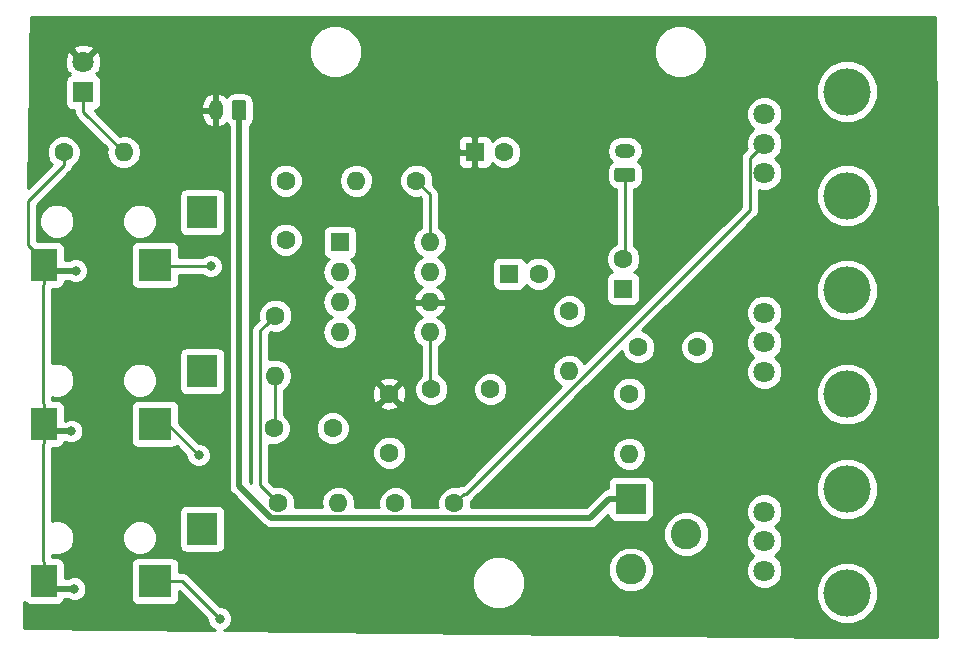
<source format=gbr>
G04 #@! TF.GenerationSoftware,KiCad,Pcbnew,(5.0.1)-rc2*
G04 #@! TF.CreationDate,2018-12-16T23:01:32-05:00*
G04 #@! TF.ProjectId,miniamp,6D696E69616D702E6B696361645F7063,rev?*
G04 #@! TF.SameCoordinates,Original*
G04 #@! TF.FileFunction,Copper,L1,Top,Signal*
G04 #@! TF.FilePolarity,Positive*
%FSLAX46Y46*%
G04 Gerber Fmt 4.6, Leading zero omitted, Abs format (unit mm)*
G04 Created by KiCad (PCBNEW (5.0.1)-rc2) date 12/16/2018 11:01:32 PM*
%MOMM*%
%LPD*%
G01*
G04 APERTURE LIST*
G04 #@! TA.AperFunction,ComponentPad*
%ADD10R,1.800000X1.800000*%
G04 #@! TD*
G04 #@! TA.AperFunction,ComponentPad*
%ADD11C,1.800000*%
G04 #@! TD*
G04 #@! TA.AperFunction,ComponentPad*
%ADD12O,1.200000X1.750000*%
G04 #@! TD*
G04 #@! TA.AperFunction,Conductor*
%ADD13C,0.100000*%
G04 #@! TD*
G04 #@! TA.AperFunction,ComponentPad*
%ADD14C,1.200000*%
G04 #@! TD*
G04 #@! TA.AperFunction,ComponentPad*
%ADD15O,1.750000X1.200000*%
G04 #@! TD*
G04 #@! TA.AperFunction,ComponentPad*
%ADD16C,1.600000*%
G04 #@! TD*
G04 #@! TA.AperFunction,ComponentPad*
%ADD17R,1.600000X1.600000*%
G04 #@! TD*
G04 #@! TA.AperFunction,ComponentPad*
%ADD18R,2.600000X2.600000*%
G04 #@! TD*
G04 #@! TA.AperFunction,ComponentPad*
%ADD19C,2.600000*%
G04 #@! TD*
G04 #@! TA.AperFunction,ComponentPad*
%ADD20O,1.600000X1.600000*%
G04 #@! TD*
G04 #@! TA.AperFunction,SMDPad,CuDef*
%ADD21R,2.200000X2.800000*%
G04 #@! TD*
G04 #@! TA.AperFunction,SMDPad,CuDef*
%ADD22R,2.800000X2.800000*%
G04 #@! TD*
G04 #@! TA.AperFunction,SMDPad,CuDef*
%ADD23R,2.600000X2.800000*%
G04 #@! TD*
G04 #@! TA.AperFunction,WasherPad*
%ADD24C,4.000000*%
G04 #@! TD*
G04 #@! TA.AperFunction,ViaPad*
%ADD25C,0.800000*%
G04 #@! TD*
G04 #@! TA.AperFunction,Conductor*
%ADD26C,0.250000*%
G04 #@! TD*
G04 #@! TA.AperFunction,Conductor*
%ADD27C,0.508000*%
G04 #@! TD*
G04 #@! TA.AperFunction,Conductor*
%ADD28C,0.254000*%
G04 #@! TD*
G04 APERTURE END LIST*
D10*
G04 #@! TO.P,D1,1*
G04 #@! TO.N,Net-(D1-Pad1)*
X127635000Y-59055000D03*
D11*
G04 #@! TO.P,D1,2*
G04 #@! TO.N,+9V*
X127635000Y-56515000D03*
G04 #@! TD*
D12*
G04 #@! TO.P,SW1,2*
G04 #@! TO.N,+9V*
X138843000Y-60579000D03*
D13*
G04 #@! TD*
G04 #@! TO.N,Net-(J4-Pad1)*
G04 #@! TO.C,SW1*
G36*
X141217505Y-59705204D02*
X141241773Y-59708804D01*
X141265572Y-59714765D01*
X141288671Y-59723030D01*
X141310850Y-59733520D01*
X141331893Y-59746132D01*
X141351599Y-59760747D01*
X141369777Y-59777223D01*
X141386253Y-59795401D01*
X141400868Y-59815107D01*
X141413480Y-59836150D01*
X141423970Y-59858329D01*
X141432235Y-59881428D01*
X141438196Y-59905227D01*
X141441796Y-59929495D01*
X141443000Y-59953999D01*
X141443000Y-61204001D01*
X141441796Y-61228505D01*
X141438196Y-61252773D01*
X141432235Y-61276572D01*
X141423970Y-61299671D01*
X141413480Y-61321850D01*
X141400868Y-61342893D01*
X141386253Y-61362599D01*
X141369777Y-61380777D01*
X141351599Y-61397253D01*
X141331893Y-61411868D01*
X141310850Y-61424480D01*
X141288671Y-61434970D01*
X141265572Y-61443235D01*
X141241773Y-61449196D01*
X141217505Y-61452796D01*
X141193001Y-61454000D01*
X140492999Y-61454000D01*
X140468495Y-61452796D01*
X140444227Y-61449196D01*
X140420428Y-61443235D01*
X140397329Y-61434970D01*
X140375150Y-61424480D01*
X140354107Y-61411868D01*
X140334401Y-61397253D01*
X140316223Y-61380777D01*
X140299747Y-61362599D01*
X140285132Y-61342893D01*
X140272520Y-61321850D01*
X140262030Y-61299671D01*
X140253765Y-61276572D01*
X140247804Y-61252773D01*
X140244204Y-61228505D01*
X140243000Y-61204001D01*
X140243000Y-59953999D01*
X140244204Y-59929495D01*
X140247804Y-59905227D01*
X140253765Y-59881428D01*
X140262030Y-59858329D01*
X140272520Y-59836150D01*
X140285132Y-59815107D01*
X140299747Y-59795401D01*
X140316223Y-59777223D01*
X140334401Y-59760747D01*
X140354107Y-59746132D01*
X140375150Y-59733520D01*
X140397329Y-59723030D01*
X140420428Y-59714765D01*
X140444227Y-59708804D01*
X140468495Y-59705204D01*
X140492999Y-59704000D01*
X141193001Y-59704000D01*
X141217505Y-59705204D01*
X141217505Y-59705204D01*
G37*
D14*
G04 #@! TO.P,SW1,1*
G04 #@! TO.N,Net-(J4-Pad1)*
X140843000Y-60579000D03*
G04 #@! TD*
D13*
G04 #@! TO.N,Net-(C8-Pad2)*
G04 #@! TO.C,LS1*
G36*
X174131505Y-65441204D02*
X174155773Y-65444804D01*
X174179572Y-65450765D01*
X174202671Y-65459030D01*
X174224850Y-65469520D01*
X174245893Y-65482132D01*
X174265599Y-65496747D01*
X174283777Y-65513223D01*
X174300253Y-65531401D01*
X174314868Y-65551107D01*
X174327480Y-65572150D01*
X174337970Y-65594329D01*
X174346235Y-65617428D01*
X174352196Y-65641227D01*
X174355796Y-65665495D01*
X174357000Y-65689999D01*
X174357000Y-66390001D01*
X174355796Y-66414505D01*
X174352196Y-66438773D01*
X174346235Y-66462572D01*
X174337970Y-66485671D01*
X174327480Y-66507850D01*
X174314868Y-66528893D01*
X174300253Y-66548599D01*
X174283777Y-66566777D01*
X174265599Y-66583253D01*
X174245893Y-66597868D01*
X174224850Y-66610480D01*
X174202671Y-66620970D01*
X174179572Y-66629235D01*
X174155773Y-66635196D01*
X174131505Y-66638796D01*
X174107001Y-66640000D01*
X172856999Y-66640000D01*
X172832495Y-66638796D01*
X172808227Y-66635196D01*
X172784428Y-66629235D01*
X172761329Y-66620970D01*
X172739150Y-66610480D01*
X172718107Y-66597868D01*
X172698401Y-66583253D01*
X172680223Y-66566777D01*
X172663747Y-66548599D01*
X172649132Y-66528893D01*
X172636520Y-66507850D01*
X172626030Y-66485671D01*
X172617765Y-66462572D01*
X172611804Y-66438773D01*
X172608204Y-66414505D01*
X172607000Y-66390001D01*
X172607000Y-65689999D01*
X172608204Y-65665495D01*
X172611804Y-65641227D01*
X172617765Y-65617428D01*
X172626030Y-65594329D01*
X172636520Y-65572150D01*
X172649132Y-65551107D01*
X172663747Y-65531401D01*
X172680223Y-65513223D01*
X172698401Y-65496747D01*
X172718107Y-65482132D01*
X172739150Y-65469520D01*
X172761329Y-65459030D01*
X172784428Y-65450765D01*
X172808227Y-65444804D01*
X172832495Y-65441204D01*
X172856999Y-65440000D01*
X174107001Y-65440000D01*
X174131505Y-65441204D01*
X174131505Y-65441204D01*
G37*
D14*
G04 #@! TD*
G04 #@! TO.P,LS1,1*
G04 #@! TO.N,Net-(C8-Pad2)*
X173482000Y-66040000D03*
D15*
G04 #@! TO.P,LS1,2*
G04 #@! TO.N,GND*
X173482000Y-64040000D03*
G04 #@! TD*
D16*
G04 #@! TO.P,C8,2*
G04 #@! TO.N,Net-(C8-Pad2)*
X173355000Y-73192000D03*
D17*
G04 #@! TO.P,C8,1*
G04 #@! TO.N,Net-(C7-Pad1)*
X173355000Y-75692000D03*
G04 #@! TD*
G04 #@! TO.P,C9,1*
G04 #@! TO.N,+9V*
X160782000Y-64135000D03*
D16*
G04 #@! TO.P,C9,2*
G04 #@! TO.N,GND*
X163282000Y-64135000D03*
G04 #@! TD*
D18*
G04 #@! TO.P,J4,1*
G04 #@! TO.N,Net-(J4-Pad1)*
X173990000Y-93472000D03*
D19*
G04 #@! TO.P,J4,2*
G04 #@! TO.N,GND*
X173990000Y-99472000D03*
G04 #@! TO.P,J4,3*
G04 #@! TO.N,N/C*
X178690000Y-96472000D03*
G04 #@! TD*
D17*
G04 #@! TO.P,C5,1*
G04 #@! TO.N,Net-(C5-Pad1)*
X163703000Y-74422000D03*
D16*
G04 #@! TO.P,C5,2*
G04 #@! TO.N,GND*
X166203000Y-74422000D03*
G04 #@! TD*
D17*
G04 #@! TO.P,U1,1*
G04 #@! TO.N,Net-(C6-Pad2)*
X149352000Y-71755000D03*
D20*
G04 #@! TO.P,U1,5*
G04 #@! TO.N,Net-(C7-Pad1)*
X156972000Y-79375000D03*
G04 #@! TO.P,U1,2*
G04 #@! TO.N,GND*
X149352000Y-74295000D03*
G04 #@! TO.P,U1,6*
G04 #@! TO.N,+9V*
X156972000Y-76835000D03*
G04 #@! TO.P,U1,3*
G04 #@! TO.N,Net-(R1-Pad1)*
X149352000Y-76835000D03*
G04 #@! TO.P,U1,7*
G04 #@! TO.N,Net-(C5-Pad1)*
X156972000Y-74295000D03*
G04 #@! TO.P,U1,4*
G04 #@! TO.N,GND*
X149352000Y-79375000D03*
G04 #@! TO.P,U1,8*
G04 #@! TO.N,Net-(R5-Pad1)*
X156972000Y-71755000D03*
G04 #@! TD*
G04 #@! TO.P,R6,2*
G04 #@! TO.N,Net-(D1-Pad1)*
X131064000Y-64135000D03*
D16*
G04 #@! TO.P,R6,1*
G04 #@! TO.N,GND*
X125984000Y-64135000D03*
G04 #@! TD*
G04 #@! TO.P,R5,1*
G04 #@! TO.N,Net-(R5-Pad1)*
X155829000Y-66548000D03*
D20*
G04 #@! TO.P,R5,2*
G04 #@! TO.N,Net-(C6-Pad1)*
X150749000Y-66548000D03*
G04 #@! TD*
G04 #@! TO.P,R3,2*
G04 #@! TO.N,Net-(C3-Pad1)*
X143891000Y-83058000D03*
D16*
G04 #@! TO.P,R3,1*
G04 #@! TO.N,Net-(R1-Pad1)*
X143891000Y-77978000D03*
G04 #@! TD*
G04 #@! TO.P,R1,1*
G04 #@! TO.N,Net-(R1-Pad1)*
X144145000Y-93853000D03*
D20*
G04 #@! TO.P,R1,2*
G04 #@! TO.N,Net-(C1-Pad1)*
X149225000Y-93853000D03*
G04 #@! TD*
G04 #@! TO.P,R2,2*
G04 #@! TO.N,Net-(C2-Pad1)*
X168783000Y-82677000D03*
D16*
G04 #@! TO.P,R2,1*
G04 #@! TO.N,Net-(R1-Pad1)*
X168783000Y-77597000D03*
G04 #@! TD*
G04 #@! TO.P,R4,1*
G04 #@! TO.N,Net-(C7-Pad2)*
X173863000Y-84582000D03*
D20*
G04 #@! TO.P,R4,2*
G04 #@! TO.N,GND*
X173863000Y-89662000D03*
G04 #@! TD*
D21*
G04 #@! TO.P,J2,S*
G04 #@! TO.N,GND*
X124309000Y-87139000D03*
D22*
G04 #@! TO.P,J2,T*
G04 #@! TO.N,Net-(J2-PadT)*
X133709000Y-87139000D03*
D23*
G04 #@! TO.P,J2,TN*
G04 #@! TO.N,Net-(J2-PadTN)*
X137709000Y-82689000D03*
G04 #@! TD*
G04 #@! TO.P,J3,TN*
G04 #@! TO.N,Net-(J3-PadTN)*
X137709000Y-69227000D03*
D22*
G04 #@! TO.P,J3,T*
G04 #@! TO.N,Net-(J3-PadT)*
X133709000Y-73677000D03*
D21*
G04 #@! TO.P,J3,S*
G04 #@! TO.N,GND*
X124309000Y-73677000D03*
G04 #@! TD*
G04 #@! TO.P,J1,S*
G04 #@! TO.N,GND*
X124309000Y-100474000D03*
D22*
G04 #@! TO.P,J1,T*
G04 #@! TO.N,Net-(J1-PadT)*
X133709000Y-100474000D03*
D23*
G04 #@! TO.P,J1,TN*
G04 #@! TO.N,Net-(J1-PadTN)*
X137709000Y-96024000D03*
G04 #@! TD*
D16*
G04 #@! TO.P,C1,2*
G04 #@! TO.N,Net-(C1-Pad2)*
X159051000Y-93853000D03*
G04 #@! TO.P,C1,1*
G04 #@! TO.N,Net-(C1-Pad1)*
X154051000Y-93853000D03*
G04 #@! TD*
G04 #@! TO.P,C2,1*
G04 #@! TO.N,Net-(C2-Pad1)*
X174625000Y-80645000D03*
G04 #@! TO.P,C2,2*
G04 #@! TO.N,Net-(C2-Pad2)*
X179625000Y-80645000D03*
G04 #@! TD*
G04 #@! TO.P,C3,2*
G04 #@! TO.N,Net-(C3-Pad2)*
X148764000Y-87503000D03*
G04 #@! TO.P,C3,1*
G04 #@! TO.N,Net-(C3-Pad1)*
X143764000Y-87503000D03*
G04 #@! TD*
G04 #@! TO.P,C4,1*
G04 #@! TO.N,+9V*
X153543000Y-84582000D03*
G04 #@! TO.P,C4,2*
G04 #@! TO.N,GND*
X153543000Y-89582000D03*
G04 #@! TD*
G04 #@! TO.P,C6,2*
G04 #@! TO.N,Net-(C6-Pad2)*
X144780000Y-71548000D03*
G04 #@! TO.P,C6,1*
G04 #@! TO.N,Net-(C6-Pad1)*
X144780000Y-66548000D03*
G04 #@! TD*
G04 #@! TO.P,C7,1*
G04 #@! TO.N,Net-(C7-Pad1)*
X157099000Y-84201000D03*
G04 #@! TO.P,C7,2*
G04 #@! TO.N,Net-(C7-Pad2)*
X162099000Y-84201000D03*
G04 #@! TD*
D11*
G04 #@! TO.P,RV1,3*
G04 #@! TO.N,GND*
X185293000Y-60913000D03*
G04 #@! TO.P,RV1,2*
G04 #@! TO.N,Net-(C1-Pad2)*
X185293000Y-63413000D03*
G04 #@! TO.P,RV1,1*
G04 #@! TO.N,Net-(J3-PadT)*
X185293000Y-65913000D03*
D24*
G04 #@! TO.P,RV1,*
G04 #@! TO.N,*
X192293000Y-59013000D03*
X192293000Y-67813000D03*
G04 #@! TD*
G04 #@! TO.P,RV2,*
G04 #@! TO.N,*
X192293000Y-84640500D03*
X192293000Y-75840500D03*
D11*
G04 #@! TO.P,RV2,1*
G04 #@! TO.N,Net-(J2-PadT)*
X185293000Y-82740500D03*
G04 #@! TO.P,RV2,2*
G04 #@! TO.N,Net-(C2-Pad2)*
X185293000Y-80240500D03*
G04 #@! TO.P,RV2,3*
G04 #@! TO.N,GND*
X185293000Y-77740500D03*
G04 #@! TD*
G04 #@! TO.P,RV3,3*
G04 #@! TO.N,GND*
X185293000Y-94568000D03*
G04 #@! TO.P,RV3,2*
G04 #@! TO.N,Net-(C3-Pad2)*
X185293000Y-97068000D03*
G04 #@! TO.P,RV3,1*
G04 #@! TO.N,Net-(J1-PadT)*
X185293000Y-99568000D03*
D24*
G04 #@! TO.P,RV3,*
G04 #@! TO.N,*
X192293000Y-92668000D03*
X192293000Y-101468000D03*
G04 #@! TD*
D25*
G04 #@! TO.N,GND*
X127000000Y-74168000D03*
X126619000Y-87757000D03*
X126873000Y-101092000D03*
G04 #@! TO.N,Net-(J2-PadT)*
X137414000Y-89789000D03*
G04 #@! TO.N,Net-(J1-PadT)*
X139192000Y-103632000D03*
G04 #@! TO.N,Net-(J3-PadT)*
X138430000Y-73787000D03*
G04 #@! TD*
D26*
G04 #@! TO.N,Net-(R1-Pad1)*
X143091001Y-78777999D02*
X143891000Y-77978000D01*
X142638999Y-79230001D02*
X143091001Y-78777999D01*
X142638999Y-92346999D02*
X142638999Y-79230001D01*
X144145000Y-93853000D02*
X142638999Y-92346999D01*
G04 #@! TO.N,Net-(C3-Pad1)*
X143891000Y-87376000D02*
X143764000Y-87503000D01*
X143891000Y-83058000D02*
X143891000Y-87376000D01*
G04 #@! TO.N,Net-(R5-Pad1)*
X156972000Y-67691000D02*
X155829000Y-66548000D01*
X156972000Y-71755000D02*
X156972000Y-67691000D01*
G04 #@! TO.N,GND*
X124309000Y-73377000D02*
X124309000Y-73677000D01*
X122959000Y-72027000D02*
X124309000Y-73377000D01*
X122959000Y-68291370D02*
X122959000Y-72027000D01*
X125984000Y-65266370D02*
X122959000Y-68291370D01*
X125984000Y-64135000D02*
X125984000Y-65266370D01*
X124309000Y-75327000D02*
X124309000Y-73677000D01*
X124233999Y-75402001D02*
X124309000Y-75327000D01*
X124233999Y-85413999D02*
X124233999Y-75402001D01*
X124309000Y-85489000D02*
X124233999Y-85413999D01*
X124309000Y-87139000D02*
X124309000Y-85489000D01*
X124309000Y-88789000D02*
X124309000Y-87139000D01*
X124233999Y-88864001D02*
X124309000Y-88789000D01*
X124233999Y-98748999D02*
X124233999Y-88864001D01*
X124309000Y-98824000D02*
X124233999Y-98748999D01*
X124309000Y-100474000D02*
X124309000Y-98824000D01*
D27*
X124927000Y-101092000D02*
X124309000Y-100474000D01*
X126873000Y-101092000D02*
X124927000Y-101092000D01*
X124927000Y-87757000D02*
X124309000Y-87139000D01*
X126619000Y-87757000D02*
X124927000Y-87757000D01*
X124800000Y-74168000D02*
X124309000Y-73677000D01*
X127000000Y-74168000D02*
X124800000Y-74168000D01*
D26*
G04 #@! TO.N,Net-(J2-PadT)*
X134764000Y-87139000D02*
X133709000Y-87139000D01*
X137414000Y-89789000D02*
X134764000Y-87139000D01*
G04 #@! TO.N,Net-(J1-PadT)*
X136034000Y-100474000D02*
X133709000Y-100474000D01*
X139192000Y-103632000D02*
X136034000Y-100474000D01*
G04 #@! TO.N,Net-(C1-Pad2)*
X184393001Y-64312999D02*
X185293000Y-63413000D01*
X184067999Y-64638001D02*
X184393001Y-64312999D01*
X184067999Y-69057003D02*
X184067999Y-64638001D01*
X160072001Y-93053001D02*
X184067999Y-69057003D01*
X159850999Y-93053001D02*
X160072001Y-93053001D01*
X159051000Y-93853000D02*
X159850999Y-93053001D01*
G04 #@! TO.N,Net-(J3-PadT)*
X133819000Y-73787000D02*
X133709000Y-73677000D01*
X138430000Y-73787000D02*
X133819000Y-73787000D01*
G04 #@! TO.N,Net-(C7-Pad1)*
X156972000Y-84074000D02*
X157099000Y-84201000D01*
X156972000Y-79375000D02*
X156972000Y-84074000D01*
G04 #@! TO.N,Net-(C8-Pad2)*
X173482000Y-73065000D02*
X173355000Y-73192000D01*
X173482000Y-66040000D02*
X173482000Y-73065000D01*
G04 #@! TO.N,Net-(D1-Pad1)*
X127635000Y-60706000D02*
X131064000Y-64135000D01*
X127635000Y-59055000D02*
X127635000Y-60706000D01*
D27*
G04 #@! TO.N,Net-(J4-Pad1)*
X172182000Y-93472000D02*
X173990000Y-93472000D01*
X170546999Y-95107001D02*
X172182000Y-93472000D01*
X143543079Y-95107001D02*
X170546999Y-95107001D01*
X140843000Y-92406922D02*
X143543079Y-95107001D01*
X140843000Y-60579000D02*
X140843000Y-92406922D01*
G04 #@! TD*
D28*
G04 #@! TO.N,+9V*
G36*
X199925000Y-73933242D02*
X199925001Y-105183000D01*
X191508314Y-105183000D01*
X139581357Y-104590999D01*
X139778280Y-104509431D01*
X140069431Y-104218280D01*
X140227000Y-103837874D01*
X140227000Y-103426126D01*
X140069431Y-103045720D01*
X139778280Y-102754569D01*
X139397874Y-102597000D01*
X139231803Y-102597000D01*
X136774233Y-100139431D01*
X160579000Y-100139431D01*
X160579000Y-101028569D01*
X160919259Y-101850026D01*
X161547974Y-102478741D01*
X162369431Y-102819000D01*
X163258569Y-102819000D01*
X164080026Y-102478741D01*
X164708741Y-101850026D01*
X165049000Y-101028569D01*
X165049000Y-100139431D01*
X164708741Y-99317974D01*
X164477872Y-99087105D01*
X172055000Y-99087105D01*
X172055000Y-99856895D01*
X172349586Y-100568090D01*
X172893910Y-101112414D01*
X173605105Y-101407000D01*
X174374895Y-101407000D01*
X175086090Y-101112414D01*
X175630414Y-100568090D01*
X175925000Y-99856895D01*
X175925000Y-99087105D01*
X175630414Y-98375910D01*
X175086090Y-97831586D01*
X174374895Y-97537000D01*
X173605105Y-97537000D01*
X172893910Y-97831586D01*
X172349586Y-98375910D01*
X172055000Y-99087105D01*
X164477872Y-99087105D01*
X164080026Y-98689259D01*
X163258569Y-98349000D01*
X162369431Y-98349000D01*
X161547974Y-98689259D01*
X160919259Y-99317974D01*
X160579000Y-100139431D01*
X136774233Y-100139431D01*
X136624331Y-99989530D01*
X136581929Y-99926071D01*
X136330537Y-99758096D01*
X136108852Y-99714000D01*
X136108847Y-99714000D01*
X136034000Y-99699112D01*
X135959153Y-99714000D01*
X135756440Y-99714000D01*
X135756440Y-99074000D01*
X135707157Y-98826235D01*
X135566809Y-98616191D01*
X135356765Y-98475843D01*
X135109000Y-98426560D01*
X132309000Y-98426560D01*
X132061235Y-98475843D01*
X131851191Y-98616191D01*
X131710843Y-98826235D01*
X131661560Y-99074000D01*
X131661560Y-101874000D01*
X131710843Y-102121765D01*
X131851191Y-102331809D01*
X132061235Y-102472157D01*
X132309000Y-102521440D01*
X135109000Y-102521440D01*
X135356765Y-102472157D01*
X135566809Y-102331809D01*
X135707157Y-102121765D01*
X135756440Y-101874000D01*
X135756440Y-101271241D01*
X138157000Y-103671803D01*
X138157000Y-103837874D01*
X138314569Y-104218280D01*
X138605720Y-104509431D01*
X138780604Y-104581870D01*
X122655000Y-104398028D01*
X122655000Y-102187850D01*
X122751191Y-102331809D01*
X122961235Y-102472157D01*
X123209000Y-102521440D01*
X125409000Y-102521440D01*
X125656765Y-102472157D01*
X125866809Y-102331809D01*
X126007157Y-102121765D01*
X126035157Y-101981000D01*
X126314650Y-101981000D01*
X126667126Y-102127000D01*
X127078874Y-102127000D01*
X127459280Y-101969431D01*
X127750431Y-101678280D01*
X127908000Y-101297874D01*
X127908000Y-100886126D01*
X127750431Y-100505720D01*
X127459280Y-100214569D01*
X127078874Y-100057000D01*
X126667126Y-100057000D01*
X126314650Y-100203000D01*
X126056440Y-100203000D01*
X126056440Y-99074000D01*
X126007157Y-98826235D01*
X125866809Y-98616191D01*
X125656765Y-98475843D01*
X125409000Y-98426560D01*
X124993999Y-98426560D01*
X124993999Y-98209453D01*
X125113615Y-98259000D01*
X125704385Y-98259000D01*
X126250185Y-98032922D01*
X126667922Y-97615185D01*
X126894000Y-97069385D01*
X126894000Y-96478615D01*
X130924000Y-96478615D01*
X130924000Y-97069385D01*
X131150078Y-97615185D01*
X131567815Y-98032922D01*
X132113615Y-98259000D01*
X132704385Y-98259000D01*
X133250185Y-98032922D01*
X133667922Y-97615185D01*
X133894000Y-97069385D01*
X133894000Y-96478615D01*
X133667922Y-95932815D01*
X133250185Y-95515078D01*
X132704385Y-95289000D01*
X132113615Y-95289000D01*
X131567815Y-95515078D01*
X131150078Y-95932815D01*
X130924000Y-96478615D01*
X126894000Y-96478615D01*
X126667922Y-95932815D01*
X126250185Y-95515078D01*
X125704385Y-95289000D01*
X125113615Y-95289000D01*
X124993999Y-95338547D01*
X124993999Y-94624000D01*
X135761560Y-94624000D01*
X135761560Y-97424000D01*
X135810843Y-97671765D01*
X135951191Y-97881809D01*
X136161235Y-98022157D01*
X136409000Y-98071440D01*
X139009000Y-98071440D01*
X139256765Y-98022157D01*
X139466809Y-97881809D01*
X139607157Y-97671765D01*
X139656440Y-97424000D01*
X139656440Y-96087105D01*
X176755000Y-96087105D01*
X176755000Y-96856895D01*
X177049586Y-97568090D01*
X177593910Y-98112414D01*
X178305105Y-98407000D01*
X179074895Y-98407000D01*
X179786090Y-98112414D01*
X180330414Y-97568090D01*
X180625000Y-96856895D01*
X180625000Y-96087105D01*
X180330414Y-95375910D01*
X179786090Y-94831586D01*
X179074895Y-94537000D01*
X178305105Y-94537000D01*
X177593910Y-94831586D01*
X177049586Y-95375910D01*
X176755000Y-96087105D01*
X139656440Y-96087105D01*
X139656440Y-94624000D01*
X139607157Y-94376235D01*
X139466809Y-94166191D01*
X139256765Y-94025843D01*
X139009000Y-93976560D01*
X136409000Y-93976560D01*
X136161235Y-94025843D01*
X135951191Y-94166191D01*
X135810843Y-94376235D01*
X135761560Y-94624000D01*
X124993999Y-94624000D01*
X124993999Y-89186440D01*
X125409000Y-89186440D01*
X125656765Y-89137157D01*
X125866809Y-88996809D01*
X126007157Y-88786765D01*
X126035157Y-88646000D01*
X126060650Y-88646000D01*
X126413126Y-88792000D01*
X126824874Y-88792000D01*
X127205280Y-88634431D01*
X127496431Y-88343280D01*
X127654000Y-87962874D01*
X127654000Y-87551126D01*
X127496431Y-87170720D01*
X127205280Y-86879569D01*
X126824874Y-86722000D01*
X126413126Y-86722000D01*
X126060650Y-86868000D01*
X126056440Y-86868000D01*
X126056440Y-85739000D01*
X131661560Y-85739000D01*
X131661560Y-88539000D01*
X131710843Y-88786765D01*
X131851191Y-88996809D01*
X132061235Y-89137157D01*
X132309000Y-89186440D01*
X135109000Y-89186440D01*
X135356765Y-89137157D01*
X135554939Y-89004740D01*
X136379000Y-89828802D01*
X136379000Y-89994874D01*
X136536569Y-90375280D01*
X136827720Y-90666431D01*
X137208126Y-90824000D01*
X137619874Y-90824000D01*
X138000280Y-90666431D01*
X138291431Y-90375280D01*
X138449000Y-89994874D01*
X138449000Y-89583126D01*
X138291431Y-89202720D01*
X138000280Y-88911569D01*
X137619874Y-88754000D01*
X137453802Y-88754000D01*
X135756440Y-87056639D01*
X135756440Y-85739000D01*
X135707157Y-85491235D01*
X135566809Y-85281191D01*
X135356765Y-85140843D01*
X135109000Y-85091560D01*
X132309000Y-85091560D01*
X132061235Y-85140843D01*
X131851191Y-85281191D01*
X131710843Y-85491235D01*
X131661560Y-85739000D01*
X126056440Y-85739000D01*
X126007157Y-85491235D01*
X125866809Y-85281191D01*
X125656765Y-85140843D01*
X125409000Y-85091560D01*
X124993999Y-85091560D01*
X124993999Y-84874453D01*
X125113615Y-84924000D01*
X125704385Y-84924000D01*
X126250185Y-84697922D01*
X126667922Y-84280185D01*
X126894000Y-83734385D01*
X126894000Y-83143615D01*
X130924000Y-83143615D01*
X130924000Y-83734385D01*
X131150078Y-84280185D01*
X131567815Y-84697922D01*
X132113615Y-84924000D01*
X132704385Y-84924000D01*
X133250185Y-84697922D01*
X133667922Y-84280185D01*
X133894000Y-83734385D01*
X133894000Y-83143615D01*
X133667922Y-82597815D01*
X133250185Y-82180078D01*
X132704385Y-81954000D01*
X132113615Y-81954000D01*
X131567815Y-82180078D01*
X131150078Y-82597815D01*
X130924000Y-83143615D01*
X126894000Y-83143615D01*
X126667922Y-82597815D01*
X126250185Y-82180078D01*
X125704385Y-81954000D01*
X125113615Y-81954000D01*
X124993999Y-82003547D01*
X124993999Y-81289000D01*
X135761560Y-81289000D01*
X135761560Y-84089000D01*
X135810843Y-84336765D01*
X135951191Y-84546809D01*
X136161235Y-84687157D01*
X136409000Y-84736440D01*
X139009000Y-84736440D01*
X139256765Y-84687157D01*
X139466809Y-84546809D01*
X139607157Y-84336765D01*
X139656440Y-84089000D01*
X139656440Y-81289000D01*
X139607157Y-81041235D01*
X139466809Y-80831191D01*
X139256765Y-80690843D01*
X139009000Y-80641560D01*
X136409000Y-80641560D01*
X136161235Y-80690843D01*
X135951191Y-80831191D01*
X135810843Y-81041235D01*
X135761560Y-81289000D01*
X124993999Y-81289000D01*
X124993999Y-75724440D01*
X125409000Y-75724440D01*
X125656765Y-75675157D01*
X125866809Y-75534809D01*
X126007157Y-75324765D01*
X126056440Y-75077000D01*
X126056440Y-75057000D01*
X126441650Y-75057000D01*
X126794126Y-75203000D01*
X127205874Y-75203000D01*
X127586280Y-75045431D01*
X127877431Y-74754280D01*
X128035000Y-74373874D01*
X128035000Y-73962126D01*
X127877431Y-73581720D01*
X127586280Y-73290569D01*
X127205874Y-73133000D01*
X126794126Y-73133000D01*
X126441650Y-73279000D01*
X126056440Y-73279000D01*
X126056440Y-72277000D01*
X131661560Y-72277000D01*
X131661560Y-75077000D01*
X131710843Y-75324765D01*
X131851191Y-75534809D01*
X132061235Y-75675157D01*
X132309000Y-75724440D01*
X135109000Y-75724440D01*
X135356765Y-75675157D01*
X135566809Y-75534809D01*
X135707157Y-75324765D01*
X135756440Y-75077000D01*
X135756440Y-74547000D01*
X137726289Y-74547000D01*
X137843720Y-74664431D01*
X138224126Y-74822000D01*
X138635874Y-74822000D01*
X139016280Y-74664431D01*
X139307431Y-74373280D01*
X139465000Y-73992874D01*
X139465000Y-73581126D01*
X139307431Y-73200720D01*
X139016280Y-72909569D01*
X138635874Y-72752000D01*
X138224126Y-72752000D01*
X137843720Y-72909569D01*
X137726289Y-73027000D01*
X135756440Y-73027000D01*
X135756440Y-72277000D01*
X135707157Y-72029235D01*
X135566809Y-71819191D01*
X135356765Y-71678843D01*
X135109000Y-71629560D01*
X132309000Y-71629560D01*
X132061235Y-71678843D01*
X131851191Y-71819191D01*
X131710843Y-72029235D01*
X131661560Y-72277000D01*
X126056440Y-72277000D01*
X126007157Y-72029235D01*
X125866809Y-71819191D01*
X125656765Y-71678843D01*
X125409000Y-71629560D01*
X123719000Y-71629560D01*
X123719000Y-69681615D01*
X123924000Y-69681615D01*
X123924000Y-70272385D01*
X124150078Y-70818185D01*
X124567815Y-71235922D01*
X125113615Y-71462000D01*
X125704385Y-71462000D01*
X126250185Y-71235922D01*
X126667922Y-70818185D01*
X126894000Y-70272385D01*
X126894000Y-69681615D01*
X130924000Y-69681615D01*
X130924000Y-70272385D01*
X131150078Y-70818185D01*
X131567815Y-71235922D01*
X132113615Y-71462000D01*
X132704385Y-71462000D01*
X133250185Y-71235922D01*
X133667922Y-70818185D01*
X133894000Y-70272385D01*
X133894000Y-69681615D01*
X133667922Y-69135815D01*
X133250185Y-68718078D01*
X132704385Y-68492000D01*
X132113615Y-68492000D01*
X131567815Y-68718078D01*
X131150078Y-69135815D01*
X130924000Y-69681615D01*
X126894000Y-69681615D01*
X126667922Y-69135815D01*
X126250185Y-68718078D01*
X125704385Y-68492000D01*
X125113615Y-68492000D01*
X124567815Y-68718078D01*
X124150078Y-69135815D01*
X123924000Y-69681615D01*
X123719000Y-69681615D01*
X123719000Y-68606171D01*
X124498171Y-67827000D01*
X135761560Y-67827000D01*
X135761560Y-70627000D01*
X135810843Y-70874765D01*
X135951191Y-71084809D01*
X136161235Y-71225157D01*
X136409000Y-71274440D01*
X139009000Y-71274440D01*
X139256765Y-71225157D01*
X139466809Y-71084809D01*
X139607157Y-70874765D01*
X139656440Y-70627000D01*
X139656440Y-67827000D01*
X139607157Y-67579235D01*
X139466809Y-67369191D01*
X139256765Y-67228843D01*
X139009000Y-67179560D01*
X136409000Y-67179560D01*
X136161235Y-67228843D01*
X135951191Y-67369191D01*
X135810843Y-67579235D01*
X135761560Y-67827000D01*
X124498171Y-67827000D01*
X126468473Y-65856699D01*
X126531929Y-65814299D01*
X126699904Y-65562907D01*
X126737018Y-65376322D01*
X126796862Y-65351534D01*
X127200534Y-64947862D01*
X127419000Y-64420439D01*
X127419000Y-63849561D01*
X127200534Y-63322138D01*
X126796862Y-62918466D01*
X126269439Y-62700000D01*
X125698561Y-62700000D01*
X125171138Y-62918466D01*
X124767466Y-63322138D01*
X124549000Y-63849561D01*
X124549000Y-64420439D01*
X124767466Y-64947862D01*
X124997586Y-65177982D01*
X122975509Y-67200060D01*
X123108199Y-58155000D01*
X126087560Y-58155000D01*
X126087560Y-59955000D01*
X126136843Y-60202765D01*
X126277191Y-60412809D01*
X126487235Y-60553157D01*
X126735000Y-60602440D01*
X126875001Y-60602440D01*
X126875001Y-60631149D01*
X126860112Y-60706000D01*
X126875001Y-60780852D01*
X126919097Y-61002537D01*
X127087072Y-61253929D01*
X127150528Y-61296329D01*
X129665312Y-63811114D01*
X129600887Y-64135000D01*
X129712260Y-64694909D01*
X130029423Y-65169577D01*
X130504091Y-65486740D01*
X130922667Y-65570000D01*
X131205333Y-65570000D01*
X131623909Y-65486740D01*
X132098577Y-65169577D01*
X132415740Y-64694909D01*
X132527113Y-64135000D01*
X132415740Y-63575091D01*
X132098577Y-63100423D01*
X131623909Y-62783260D01*
X131205333Y-62700000D01*
X130922667Y-62700000D01*
X130740114Y-62736312D01*
X128709802Y-60706000D01*
X137608000Y-60706000D01*
X137608000Y-60981000D01*
X137750610Y-61443947D01*
X138059526Y-61817080D01*
X138487719Y-62043592D01*
X138525391Y-62047462D01*
X138716000Y-61922731D01*
X138716000Y-60706000D01*
X137608000Y-60706000D01*
X128709802Y-60706000D01*
X128594422Y-60590620D01*
X128782765Y-60553157D01*
X128992809Y-60412809D01*
X129133157Y-60202765D01*
X129138281Y-60177000D01*
X137608000Y-60177000D01*
X137608000Y-60452000D01*
X138716000Y-60452000D01*
X138716000Y-59235269D01*
X138970000Y-59235269D01*
X138970000Y-60452000D01*
X138990000Y-60452000D01*
X138990000Y-60706000D01*
X138970000Y-60706000D01*
X138970000Y-61922731D01*
X139160609Y-62047462D01*
X139198281Y-62043592D01*
X139626474Y-61817080D01*
X139746873Y-61671653D01*
X139858414Y-61838586D01*
X139954000Y-61902455D01*
X139954001Y-92319362D01*
X139936584Y-92406922D01*
X140005582Y-92753792D01*
X140202068Y-93047855D01*
X140276294Y-93097451D01*
X142852550Y-95673708D01*
X142902146Y-95747934D01*
X143196209Y-95944420D01*
X143455523Y-95996001D01*
X143455527Y-95996001D01*
X143543078Y-96013416D01*
X143630629Y-95996001D01*
X170459444Y-95996001D01*
X170546999Y-96013417D01*
X170634554Y-95996001D01*
X170634555Y-95996001D01*
X170893869Y-95944420D01*
X171187932Y-95747934D01*
X171237530Y-95673705D01*
X172058599Y-94852636D01*
X172091843Y-95019765D01*
X172232191Y-95229809D01*
X172442235Y-95370157D01*
X172690000Y-95419440D01*
X175290000Y-95419440D01*
X175537765Y-95370157D01*
X175747809Y-95229809D01*
X175888157Y-95019765D01*
X175937440Y-94772000D01*
X175937440Y-94262670D01*
X183758000Y-94262670D01*
X183758000Y-94873330D01*
X183991690Y-95437507D01*
X184372183Y-95818000D01*
X183991690Y-96198493D01*
X183758000Y-96762670D01*
X183758000Y-97373330D01*
X183991690Y-97937507D01*
X184372183Y-98318000D01*
X183991690Y-98698493D01*
X183758000Y-99262670D01*
X183758000Y-99873330D01*
X183991690Y-100437507D01*
X184423493Y-100869310D01*
X184987670Y-101103000D01*
X185598330Y-101103000D01*
X185982513Y-100943866D01*
X189658000Y-100943866D01*
X189658000Y-101992134D01*
X190059155Y-102960608D01*
X190800392Y-103701845D01*
X191768866Y-104103000D01*
X192817134Y-104103000D01*
X193785608Y-103701845D01*
X194526845Y-102960608D01*
X194928000Y-101992134D01*
X194928000Y-100943866D01*
X194526845Y-99975392D01*
X193785608Y-99234155D01*
X192817134Y-98833000D01*
X191768866Y-98833000D01*
X190800392Y-99234155D01*
X190059155Y-99975392D01*
X189658000Y-100943866D01*
X185982513Y-100943866D01*
X186162507Y-100869310D01*
X186594310Y-100437507D01*
X186828000Y-99873330D01*
X186828000Y-99262670D01*
X186594310Y-98698493D01*
X186213817Y-98318000D01*
X186594310Y-97937507D01*
X186828000Y-97373330D01*
X186828000Y-96762670D01*
X186594310Y-96198493D01*
X186213817Y-95818000D01*
X186594310Y-95437507D01*
X186828000Y-94873330D01*
X186828000Y-94262670D01*
X186594310Y-93698493D01*
X186162507Y-93266690D01*
X185598330Y-93033000D01*
X184987670Y-93033000D01*
X184423493Y-93266690D01*
X183991690Y-93698493D01*
X183758000Y-94262670D01*
X175937440Y-94262670D01*
X175937440Y-92172000D01*
X175931844Y-92143866D01*
X189658000Y-92143866D01*
X189658000Y-93192134D01*
X190059155Y-94160608D01*
X190800392Y-94901845D01*
X191768866Y-95303000D01*
X192817134Y-95303000D01*
X193785608Y-94901845D01*
X194526845Y-94160608D01*
X194928000Y-93192134D01*
X194928000Y-92143866D01*
X194526845Y-91175392D01*
X193785608Y-90434155D01*
X192817134Y-90033000D01*
X191768866Y-90033000D01*
X190800392Y-90434155D01*
X190059155Y-91175392D01*
X189658000Y-92143866D01*
X175931844Y-92143866D01*
X175888157Y-91924235D01*
X175747809Y-91714191D01*
X175537765Y-91573843D01*
X175290000Y-91524560D01*
X172690000Y-91524560D01*
X172442235Y-91573843D01*
X172232191Y-91714191D01*
X172091843Y-91924235D01*
X172042560Y-92172000D01*
X172042560Y-92593320D01*
X171835129Y-92634581D01*
X171652719Y-92756464D01*
X171541067Y-92831067D01*
X171491471Y-92905293D01*
X170178764Y-94218001D01*
X160453044Y-94218001D01*
X160486000Y-94138439D01*
X160486000Y-93690419D01*
X160619930Y-93600930D01*
X160662332Y-93537471D01*
X164537803Y-89662000D01*
X172399887Y-89662000D01*
X172511260Y-90221909D01*
X172828423Y-90696577D01*
X173303091Y-91013740D01*
X173721667Y-91097000D01*
X174004333Y-91097000D01*
X174422909Y-91013740D01*
X174897577Y-90696577D01*
X175214740Y-90221909D01*
X175326113Y-89662000D01*
X175214740Y-89102091D01*
X174897577Y-88627423D01*
X174422909Y-88310260D01*
X174004333Y-88227000D01*
X173721667Y-88227000D01*
X173303091Y-88310260D01*
X172828423Y-88627423D01*
X172511260Y-89102091D01*
X172399887Y-89662000D01*
X164537803Y-89662000D01*
X169903242Y-84296561D01*
X172428000Y-84296561D01*
X172428000Y-84867439D01*
X172646466Y-85394862D01*
X173050138Y-85798534D01*
X173577561Y-86017000D01*
X174148439Y-86017000D01*
X174675862Y-85798534D01*
X175079534Y-85394862D01*
X175298000Y-84867439D01*
X175298000Y-84296561D01*
X175079534Y-83769138D01*
X174675862Y-83365466D01*
X174148439Y-83147000D01*
X173577561Y-83147000D01*
X173050138Y-83365466D01*
X172646466Y-83769138D01*
X172428000Y-84296561D01*
X169903242Y-84296561D01*
X173213245Y-80986558D01*
X173408466Y-81457862D01*
X173812138Y-81861534D01*
X174339561Y-82080000D01*
X174910439Y-82080000D01*
X175437862Y-81861534D01*
X175841534Y-81457862D01*
X176060000Y-80930439D01*
X176060000Y-80359561D01*
X178190000Y-80359561D01*
X178190000Y-80930439D01*
X178408466Y-81457862D01*
X178812138Y-81861534D01*
X179339561Y-82080000D01*
X179910439Y-82080000D01*
X180437862Y-81861534D01*
X180841534Y-81457862D01*
X181060000Y-80930439D01*
X181060000Y-80359561D01*
X180841534Y-79832138D01*
X180437862Y-79428466D01*
X179910439Y-79210000D01*
X179339561Y-79210000D01*
X178812138Y-79428466D01*
X178408466Y-79832138D01*
X178190000Y-80359561D01*
X176060000Y-80359561D01*
X175841534Y-79832138D01*
X175437862Y-79428466D01*
X174966558Y-79233245D01*
X176764633Y-77435170D01*
X183758000Y-77435170D01*
X183758000Y-78045830D01*
X183991690Y-78610007D01*
X184372183Y-78990500D01*
X183991690Y-79370993D01*
X183758000Y-79935170D01*
X183758000Y-80545830D01*
X183991690Y-81110007D01*
X184372183Y-81490500D01*
X183991690Y-81870993D01*
X183758000Y-82435170D01*
X183758000Y-83045830D01*
X183991690Y-83610007D01*
X184423493Y-84041810D01*
X184987670Y-84275500D01*
X185598330Y-84275500D01*
X185982513Y-84116366D01*
X189658000Y-84116366D01*
X189658000Y-85164634D01*
X190059155Y-86133108D01*
X190800392Y-86874345D01*
X191768866Y-87275500D01*
X192817134Y-87275500D01*
X193785608Y-86874345D01*
X194526845Y-86133108D01*
X194928000Y-85164634D01*
X194928000Y-84116366D01*
X194526845Y-83147892D01*
X193785608Y-82406655D01*
X192817134Y-82005500D01*
X191768866Y-82005500D01*
X190800392Y-82406655D01*
X190059155Y-83147892D01*
X189658000Y-84116366D01*
X185982513Y-84116366D01*
X186162507Y-84041810D01*
X186594310Y-83610007D01*
X186828000Y-83045830D01*
X186828000Y-82435170D01*
X186594310Y-81870993D01*
X186213817Y-81490500D01*
X186594310Y-81110007D01*
X186828000Y-80545830D01*
X186828000Y-79935170D01*
X186594310Y-79370993D01*
X186213817Y-78990500D01*
X186594310Y-78610007D01*
X186828000Y-78045830D01*
X186828000Y-77435170D01*
X186594310Y-76870993D01*
X186162507Y-76439190D01*
X185598330Y-76205500D01*
X184987670Y-76205500D01*
X184423493Y-76439190D01*
X183991690Y-76870993D01*
X183758000Y-77435170D01*
X176764633Y-77435170D01*
X178883437Y-75316366D01*
X189658000Y-75316366D01*
X189658000Y-76364634D01*
X190059155Y-77333108D01*
X190800392Y-78074345D01*
X191768866Y-78475500D01*
X192817134Y-78475500D01*
X193785608Y-78074345D01*
X194526845Y-77333108D01*
X194928000Y-76364634D01*
X194928000Y-75316366D01*
X194526845Y-74347892D01*
X193785608Y-73606655D01*
X192817134Y-73205500D01*
X191768866Y-73205500D01*
X190800392Y-73606655D01*
X190059155Y-74347892D01*
X189658000Y-75316366D01*
X178883437Y-75316366D01*
X184552472Y-69647332D01*
X184615928Y-69604932D01*
X184658923Y-69540585D01*
X184783903Y-69353541D01*
X184827211Y-69135815D01*
X184827999Y-69131855D01*
X184827999Y-69131851D01*
X184842887Y-69057003D01*
X184827999Y-68982155D01*
X184827999Y-67381862D01*
X184987670Y-67448000D01*
X185598330Y-67448000D01*
X185982513Y-67288866D01*
X189658000Y-67288866D01*
X189658000Y-68337134D01*
X190059155Y-69305608D01*
X190800392Y-70046845D01*
X191768866Y-70448000D01*
X192817134Y-70448000D01*
X193785608Y-70046845D01*
X194526845Y-69305608D01*
X194928000Y-68337134D01*
X194928000Y-67288866D01*
X194526845Y-66320392D01*
X193785608Y-65579155D01*
X192817134Y-65178000D01*
X191768866Y-65178000D01*
X190800392Y-65579155D01*
X190059155Y-66320392D01*
X189658000Y-67288866D01*
X185982513Y-67288866D01*
X186162507Y-67214310D01*
X186594310Y-66782507D01*
X186828000Y-66218330D01*
X186828000Y-65607670D01*
X186594310Y-65043493D01*
X186213817Y-64663000D01*
X186594310Y-64282507D01*
X186828000Y-63718330D01*
X186828000Y-63107670D01*
X186594310Y-62543493D01*
X186213817Y-62163000D01*
X186594310Y-61782507D01*
X186828000Y-61218330D01*
X186828000Y-60607670D01*
X186594310Y-60043493D01*
X186162507Y-59611690D01*
X185598330Y-59378000D01*
X184987670Y-59378000D01*
X184423493Y-59611690D01*
X183991690Y-60043493D01*
X183758000Y-60607670D01*
X183758000Y-61218330D01*
X183991690Y-61782507D01*
X184372183Y-62163000D01*
X183991690Y-62543493D01*
X183758000Y-63107670D01*
X183758000Y-63718330D01*
X183803360Y-63827839D01*
X183583527Y-64047672D01*
X183520071Y-64090072D01*
X183352096Y-64341464D01*
X183322256Y-64491482D01*
X183293111Y-64638001D01*
X183308000Y-64712853D01*
X183307999Y-68742201D01*
X170053978Y-81996222D01*
X169817577Y-81642423D01*
X169342909Y-81325260D01*
X168924333Y-81242000D01*
X168641667Y-81242000D01*
X168223091Y-81325260D01*
X167748423Y-81642423D01*
X167431260Y-82117091D01*
X167319887Y-82677000D01*
X167431260Y-83236909D01*
X167748423Y-83711577D01*
X168102222Y-83947978D01*
X159752495Y-92297706D01*
X159554462Y-92337097D01*
X159554460Y-92337098D01*
X159554461Y-92337098D01*
X159396283Y-92442788D01*
X159336439Y-92418000D01*
X158765561Y-92418000D01*
X158238138Y-92636466D01*
X157834466Y-93040138D01*
X157616000Y-93567561D01*
X157616000Y-94138439D01*
X157648956Y-94218001D01*
X155453044Y-94218001D01*
X155486000Y-94138439D01*
X155486000Y-93567561D01*
X155267534Y-93040138D01*
X154863862Y-92636466D01*
X154336439Y-92418000D01*
X153765561Y-92418000D01*
X153238138Y-92636466D01*
X152834466Y-93040138D01*
X152616000Y-93567561D01*
X152616000Y-94138439D01*
X152648956Y-94218001D01*
X150615510Y-94218001D01*
X150688113Y-93853000D01*
X150576740Y-93293091D01*
X150259577Y-92818423D01*
X149784909Y-92501260D01*
X149366333Y-92418000D01*
X149083667Y-92418000D01*
X148665091Y-92501260D01*
X148190423Y-92818423D01*
X147873260Y-93293091D01*
X147761887Y-93853000D01*
X147834490Y-94218001D01*
X145547044Y-94218001D01*
X145580000Y-94138439D01*
X145580000Y-93567561D01*
X145361534Y-93040138D01*
X144957862Y-92636466D01*
X144430439Y-92418000D01*
X143859561Y-92418000D01*
X143806698Y-92439897D01*
X143398999Y-92032198D01*
X143398999Y-89296561D01*
X152108000Y-89296561D01*
X152108000Y-89867439D01*
X152326466Y-90394862D01*
X152730138Y-90798534D01*
X153257561Y-91017000D01*
X153828439Y-91017000D01*
X154355862Y-90798534D01*
X154759534Y-90394862D01*
X154978000Y-89867439D01*
X154978000Y-89296561D01*
X154759534Y-88769138D01*
X154355862Y-88365466D01*
X153828439Y-88147000D01*
X153257561Y-88147000D01*
X152730138Y-88365466D01*
X152326466Y-88769138D01*
X152108000Y-89296561D01*
X143398999Y-89296561D01*
X143398999Y-88905044D01*
X143478561Y-88938000D01*
X144049439Y-88938000D01*
X144576862Y-88719534D01*
X144980534Y-88315862D01*
X145199000Y-87788439D01*
X145199000Y-87217561D01*
X147329000Y-87217561D01*
X147329000Y-87788439D01*
X147547466Y-88315862D01*
X147951138Y-88719534D01*
X148478561Y-88938000D01*
X149049439Y-88938000D01*
X149576862Y-88719534D01*
X149980534Y-88315862D01*
X150199000Y-87788439D01*
X150199000Y-87217561D01*
X149980534Y-86690138D01*
X149576862Y-86286466D01*
X149049439Y-86068000D01*
X148478561Y-86068000D01*
X147951138Y-86286466D01*
X147547466Y-86690138D01*
X147329000Y-87217561D01*
X145199000Y-87217561D01*
X144980534Y-86690138D01*
X144651000Y-86360604D01*
X144651000Y-85589745D01*
X152714861Y-85589745D01*
X152788995Y-85835864D01*
X153326223Y-86028965D01*
X153896454Y-86001778D01*
X154297005Y-85835864D01*
X154371139Y-85589745D01*
X153543000Y-84761605D01*
X152714861Y-85589745D01*
X144651000Y-85589745D01*
X144651000Y-84365223D01*
X152096035Y-84365223D01*
X152123222Y-84935454D01*
X152289136Y-85336005D01*
X152535255Y-85410139D01*
X153363395Y-84582000D01*
X153722605Y-84582000D01*
X154550745Y-85410139D01*
X154796864Y-85336005D01*
X154989965Y-84798777D01*
X154962778Y-84228546D01*
X154796864Y-83827995D01*
X154550745Y-83753861D01*
X153722605Y-84582000D01*
X153363395Y-84582000D01*
X152535255Y-83753861D01*
X152289136Y-83827995D01*
X152096035Y-84365223D01*
X144651000Y-84365223D01*
X144651000Y-84276043D01*
X144925577Y-84092577D01*
X145242740Y-83617909D01*
X145251423Y-83574255D01*
X152714861Y-83574255D01*
X153543000Y-84402395D01*
X154371139Y-83574255D01*
X154297005Y-83328136D01*
X153759777Y-83135035D01*
X153189546Y-83162222D01*
X152788995Y-83328136D01*
X152714861Y-83574255D01*
X145251423Y-83574255D01*
X145354113Y-83058000D01*
X145242740Y-82498091D01*
X144925577Y-82023423D01*
X144450909Y-81706260D01*
X144032333Y-81623000D01*
X143749667Y-81623000D01*
X143398999Y-81692752D01*
X143398999Y-79544802D01*
X143552698Y-79391104D01*
X143605561Y-79413000D01*
X144176439Y-79413000D01*
X144703862Y-79194534D01*
X145107534Y-78790862D01*
X145326000Y-78263439D01*
X145326000Y-77692561D01*
X145107534Y-77165138D01*
X144703862Y-76761466D01*
X144176439Y-76543000D01*
X143605561Y-76543000D01*
X143078138Y-76761466D01*
X142674466Y-77165138D01*
X142456000Y-77692561D01*
X142456000Y-78263439D01*
X142477896Y-78316302D01*
X142154526Y-78639672D01*
X142091071Y-78682072D01*
X142048671Y-78745528D01*
X142048670Y-78745529D01*
X141923096Y-78933464D01*
X141864111Y-79230001D01*
X141879000Y-79304853D01*
X141878999Y-92185686D01*
X141732000Y-92038687D01*
X141732000Y-74295000D01*
X147888887Y-74295000D01*
X148000260Y-74854909D01*
X148317423Y-75329577D01*
X148669758Y-75565000D01*
X148317423Y-75800423D01*
X148000260Y-76275091D01*
X147888887Y-76835000D01*
X148000260Y-77394909D01*
X148317423Y-77869577D01*
X148669758Y-78105000D01*
X148317423Y-78340423D01*
X148000260Y-78815091D01*
X147888887Y-79375000D01*
X148000260Y-79934909D01*
X148317423Y-80409577D01*
X148792091Y-80726740D01*
X149210667Y-80810000D01*
X149493333Y-80810000D01*
X149911909Y-80726740D01*
X150386577Y-80409577D01*
X150703740Y-79934909D01*
X150815113Y-79375000D01*
X155508887Y-79375000D01*
X155620260Y-79934909D01*
X155937423Y-80409577D01*
X156212000Y-80593044D01*
X156212001Y-83058603D01*
X155882466Y-83388138D01*
X155664000Y-83915561D01*
X155664000Y-84486439D01*
X155882466Y-85013862D01*
X156286138Y-85417534D01*
X156813561Y-85636000D01*
X157384439Y-85636000D01*
X157911862Y-85417534D01*
X158315534Y-85013862D01*
X158534000Y-84486439D01*
X158534000Y-83915561D01*
X160664000Y-83915561D01*
X160664000Y-84486439D01*
X160882466Y-85013862D01*
X161286138Y-85417534D01*
X161813561Y-85636000D01*
X162384439Y-85636000D01*
X162911862Y-85417534D01*
X163315534Y-85013862D01*
X163534000Y-84486439D01*
X163534000Y-83915561D01*
X163315534Y-83388138D01*
X162911862Y-82984466D01*
X162384439Y-82766000D01*
X161813561Y-82766000D01*
X161286138Y-82984466D01*
X160882466Y-83388138D01*
X160664000Y-83915561D01*
X158534000Y-83915561D01*
X158315534Y-83388138D01*
X157911862Y-82984466D01*
X157732000Y-82909965D01*
X157732000Y-80593043D01*
X158006577Y-80409577D01*
X158323740Y-79934909D01*
X158435113Y-79375000D01*
X158323740Y-78815091D01*
X158006577Y-78340423D01*
X157622892Y-78084053D01*
X157827134Y-77987389D01*
X158203041Y-77572423D01*
X158311086Y-77311561D01*
X167348000Y-77311561D01*
X167348000Y-77882439D01*
X167566466Y-78409862D01*
X167970138Y-78813534D01*
X168497561Y-79032000D01*
X169068439Y-79032000D01*
X169595862Y-78813534D01*
X169999534Y-78409862D01*
X170218000Y-77882439D01*
X170218000Y-77311561D01*
X169999534Y-76784138D01*
X169595862Y-76380466D01*
X169068439Y-76162000D01*
X168497561Y-76162000D01*
X167970138Y-76380466D01*
X167566466Y-76784138D01*
X167348000Y-77311561D01*
X158311086Y-77311561D01*
X158363904Y-77184039D01*
X158241915Y-76962000D01*
X157099000Y-76962000D01*
X157099000Y-76982000D01*
X156845000Y-76982000D01*
X156845000Y-76962000D01*
X155702085Y-76962000D01*
X155580096Y-77184039D01*
X155740959Y-77572423D01*
X156116866Y-77987389D01*
X156321108Y-78084053D01*
X155937423Y-78340423D01*
X155620260Y-78815091D01*
X155508887Y-79375000D01*
X150815113Y-79375000D01*
X150703740Y-78815091D01*
X150386577Y-78340423D01*
X150034242Y-78105000D01*
X150386577Y-77869577D01*
X150703740Y-77394909D01*
X150815113Y-76835000D01*
X150703740Y-76275091D01*
X150386577Y-75800423D01*
X150034242Y-75565000D01*
X150386577Y-75329577D01*
X150703740Y-74854909D01*
X150815113Y-74295000D01*
X150703740Y-73735091D01*
X150386577Y-73260423D01*
X150265894Y-73179785D01*
X150399765Y-73153157D01*
X150609809Y-73012809D01*
X150750157Y-72802765D01*
X150799440Y-72555000D01*
X150799440Y-70955000D01*
X150750157Y-70707235D01*
X150609809Y-70497191D01*
X150399765Y-70356843D01*
X150152000Y-70307560D01*
X148552000Y-70307560D01*
X148304235Y-70356843D01*
X148094191Y-70497191D01*
X147953843Y-70707235D01*
X147904560Y-70955000D01*
X147904560Y-72555000D01*
X147953843Y-72802765D01*
X148094191Y-73012809D01*
X148304235Y-73153157D01*
X148438106Y-73179785D01*
X148317423Y-73260423D01*
X148000260Y-73735091D01*
X147888887Y-74295000D01*
X141732000Y-74295000D01*
X141732000Y-71262561D01*
X143345000Y-71262561D01*
X143345000Y-71833439D01*
X143563466Y-72360862D01*
X143967138Y-72764534D01*
X144494561Y-72983000D01*
X145065439Y-72983000D01*
X145592862Y-72764534D01*
X145996534Y-72360862D01*
X146215000Y-71833439D01*
X146215000Y-71262561D01*
X145996534Y-70735138D01*
X145592862Y-70331466D01*
X145065439Y-70113000D01*
X144494561Y-70113000D01*
X143967138Y-70331466D01*
X143563466Y-70735138D01*
X143345000Y-71262561D01*
X141732000Y-71262561D01*
X141732000Y-66262561D01*
X143345000Y-66262561D01*
X143345000Y-66833439D01*
X143563466Y-67360862D01*
X143967138Y-67764534D01*
X144494561Y-67983000D01*
X145065439Y-67983000D01*
X145592862Y-67764534D01*
X145996534Y-67360862D01*
X146215000Y-66833439D01*
X146215000Y-66548000D01*
X149285887Y-66548000D01*
X149397260Y-67107909D01*
X149714423Y-67582577D01*
X150189091Y-67899740D01*
X150607667Y-67983000D01*
X150890333Y-67983000D01*
X151308909Y-67899740D01*
X151783577Y-67582577D01*
X152100740Y-67107909D01*
X152212113Y-66548000D01*
X152155336Y-66262561D01*
X154394000Y-66262561D01*
X154394000Y-66833439D01*
X154612466Y-67360862D01*
X155016138Y-67764534D01*
X155543561Y-67983000D01*
X156114439Y-67983000D01*
X156167302Y-67961104D01*
X156212001Y-68005803D01*
X156212000Y-70536956D01*
X155937423Y-70720423D01*
X155620260Y-71195091D01*
X155508887Y-71755000D01*
X155620260Y-72314909D01*
X155937423Y-72789577D01*
X156289758Y-73025000D01*
X155937423Y-73260423D01*
X155620260Y-73735091D01*
X155508887Y-74295000D01*
X155620260Y-74854909D01*
X155937423Y-75329577D01*
X156321108Y-75585947D01*
X156116866Y-75682611D01*
X155740959Y-76097577D01*
X155580096Y-76485961D01*
X155702085Y-76708000D01*
X156845000Y-76708000D01*
X156845000Y-76688000D01*
X157099000Y-76688000D01*
X157099000Y-76708000D01*
X158241915Y-76708000D01*
X158363904Y-76485961D01*
X158203041Y-76097577D01*
X157827134Y-75682611D01*
X157622892Y-75585947D01*
X158006577Y-75329577D01*
X158323740Y-74854909D01*
X158435113Y-74295000D01*
X158323740Y-73735091D01*
X158248176Y-73622000D01*
X162255560Y-73622000D01*
X162255560Y-75222000D01*
X162304843Y-75469765D01*
X162445191Y-75679809D01*
X162655235Y-75820157D01*
X162903000Y-75869440D01*
X164503000Y-75869440D01*
X164750765Y-75820157D01*
X164960809Y-75679809D01*
X165101157Y-75469765D01*
X165121101Y-75369497D01*
X165390138Y-75638534D01*
X165917561Y-75857000D01*
X166488439Y-75857000D01*
X167015862Y-75638534D01*
X167419534Y-75234862D01*
X167561552Y-74892000D01*
X171907560Y-74892000D01*
X171907560Y-76492000D01*
X171956843Y-76739765D01*
X172097191Y-76949809D01*
X172307235Y-77090157D01*
X172555000Y-77139440D01*
X174155000Y-77139440D01*
X174402765Y-77090157D01*
X174612809Y-76949809D01*
X174753157Y-76739765D01*
X174802440Y-76492000D01*
X174802440Y-74892000D01*
X174753157Y-74644235D01*
X174612809Y-74434191D01*
X174402765Y-74293843D01*
X174302497Y-74273899D01*
X174571534Y-74004862D01*
X174790000Y-73477439D01*
X174790000Y-72906561D01*
X174571534Y-72379138D01*
X174242000Y-72049604D01*
X174242000Y-67260587D01*
X174450436Y-67219127D01*
X174741586Y-67024586D01*
X174936127Y-66733436D01*
X175004440Y-66390001D01*
X175004440Y-65689999D01*
X174936127Y-65346564D01*
X174741586Y-65055414D01*
X174600926Y-64961428D01*
X174647385Y-64930385D01*
X174920344Y-64521873D01*
X175016195Y-64040000D01*
X174920344Y-63558127D01*
X174647385Y-63149615D01*
X174238873Y-62876656D01*
X173878636Y-62805000D01*
X173085364Y-62805000D01*
X172725127Y-62876656D01*
X172316615Y-63149615D01*
X172043656Y-63558127D01*
X171947805Y-64040000D01*
X172043656Y-64521873D01*
X172316615Y-64930385D01*
X172363074Y-64961428D01*
X172222414Y-65055414D01*
X172027873Y-65346564D01*
X171959560Y-65689999D01*
X171959560Y-66390001D01*
X172027873Y-66733436D01*
X172222414Y-67024586D01*
X172513564Y-67219127D01*
X172722000Y-67260587D01*
X172722001Y-71900964D01*
X172542138Y-71975466D01*
X172138466Y-72379138D01*
X171920000Y-72906561D01*
X171920000Y-73477439D01*
X172138466Y-74004862D01*
X172407503Y-74273899D01*
X172307235Y-74293843D01*
X172097191Y-74434191D01*
X171956843Y-74644235D01*
X171907560Y-74892000D01*
X167561552Y-74892000D01*
X167638000Y-74707439D01*
X167638000Y-74136561D01*
X167419534Y-73609138D01*
X167015862Y-73205466D01*
X166488439Y-72987000D01*
X165917561Y-72987000D01*
X165390138Y-73205466D01*
X165121101Y-73474503D01*
X165101157Y-73374235D01*
X164960809Y-73164191D01*
X164750765Y-73023843D01*
X164503000Y-72974560D01*
X162903000Y-72974560D01*
X162655235Y-73023843D01*
X162445191Y-73164191D01*
X162304843Y-73374235D01*
X162255560Y-73622000D01*
X158248176Y-73622000D01*
X158006577Y-73260423D01*
X157654242Y-73025000D01*
X158006577Y-72789577D01*
X158323740Y-72314909D01*
X158435113Y-71755000D01*
X158323740Y-71195091D01*
X158006577Y-70720423D01*
X157732000Y-70536957D01*
X157732000Y-67765846D01*
X157746888Y-67690999D01*
X157732000Y-67616152D01*
X157732000Y-67616148D01*
X157687904Y-67394463D01*
X157519929Y-67143071D01*
X157456473Y-67100671D01*
X157242104Y-66886302D01*
X157264000Y-66833439D01*
X157264000Y-66262561D01*
X157045534Y-65735138D01*
X156641862Y-65331466D01*
X156114439Y-65113000D01*
X155543561Y-65113000D01*
X155016138Y-65331466D01*
X154612466Y-65735138D01*
X154394000Y-66262561D01*
X152155336Y-66262561D01*
X152100740Y-65988091D01*
X151783577Y-65513423D01*
X151308909Y-65196260D01*
X150890333Y-65113000D01*
X150607667Y-65113000D01*
X150189091Y-65196260D01*
X149714423Y-65513423D01*
X149397260Y-65988091D01*
X149285887Y-66548000D01*
X146215000Y-66548000D01*
X146215000Y-66262561D01*
X145996534Y-65735138D01*
X145592862Y-65331466D01*
X145065439Y-65113000D01*
X144494561Y-65113000D01*
X143967138Y-65331466D01*
X143563466Y-65735138D01*
X143345000Y-66262561D01*
X141732000Y-66262561D01*
X141732000Y-64420750D01*
X159347000Y-64420750D01*
X159347000Y-65061310D01*
X159443673Y-65294699D01*
X159622302Y-65473327D01*
X159855691Y-65570000D01*
X160496250Y-65570000D01*
X160655000Y-65411250D01*
X160655000Y-64262000D01*
X159505750Y-64262000D01*
X159347000Y-64420750D01*
X141732000Y-64420750D01*
X141732000Y-63208690D01*
X159347000Y-63208690D01*
X159347000Y-63849250D01*
X159505750Y-64008000D01*
X160655000Y-64008000D01*
X160655000Y-62858750D01*
X160909000Y-62858750D01*
X160909000Y-64008000D01*
X160929000Y-64008000D01*
X160929000Y-64262000D01*
X160909000Y-64262000D01*
X160909000Y-65411250D01*
X161067750Y-65570000D01*
X161708309Y-65570000D01*
X161941698Y-65473327D01*
X162120327Y-65294699D01*
X162205845Y-65088241D01*
X162469138Y-65351534D01*
X162996561Y-65570000D01*
X163567439Y-65570000D01*
X164094862Y-65351534D01*
X164498534Y-64947862D01*
X164717000Y-64420439D01*
X164717000Y-63849561D01*
X164498534Y-63322138D01*
X164094862Y-62918466D01*
X163567439Y-62700000D01*
X162996561Y-62700000D01*
X162469138Y-62918466D01*
X162205845Y-63181759D01*
X162120327Y-62975301D01*
X161941698Y-62796673D01*
X161708309Y-62700000D01*
X161067750Y-62700000D01*
X160909000Y-62858750D01*
X160655000Y-62858750D01*
X160496250Y-62700000D01*
X159855691Y-62700000D01*
X159622302Y-62796673D01*
X159443673Y-62975301D01*
X159347000Y-63208690D01*
X141732000Y-63208690D01*
X141732000Y-61902455D01*
X141827586Y-61838586D01*
X142022127Y-61547436D01*
X142090440Y-61204001D01*
X142090440Y-59953999D01*
X142022127Y-59610564D01*
X141827586Y-59319414D01*
X141536436Y-59124873D01*
X141193001Y-59056560D01*
X140492999Y-59056560D01*
X140149564Y-59124873D01*
X139858414Y-59319414D01*
X139746873Y-59486347D01*
X139626474Y-59340920D01*
X139198281Y-59114408D01*
X139160609Y-59110538D01*
X138970000Y-59235269D01*
X138716000Y-59235269D01*
X138525391Y-59110538D01*
X138487719Y-59114408D01*
X138059526Y-59340920D01*
X137750610Y-59714053D01*
X137608000Y-60177000D01*
X129138281Y-60177000D01*
X129182440Y-59955000D01*
X129182440Y-58488866D01*
X189658000Y-58488866D01*
X189658000Y-59537134D01*
X190059155Y-60505608D01*
X190800392Y-61246845D01*
X191768866Y-61648000D01*
X192817134Y-61648000D01*
X193785608Y-61246845D01*
X194526845Y-60505608D01*
X194928000Y-59537134D01*
X194928000Y-58488866D01*
X194526845Y-57520392D01*
X193785608Y-56779155D01*
X192817134Y-56378000D01*
X191768866Y-56378000D01*
X190800392Y-56779155D01*
X190059155Y-57520392D01*
X189658000Y-58488866D01*
X129182440Y-58488866D01*
X129182440Y-58155000D01*
X129133157Y-57907235D01*
X128992809Y-57697191D01*
X128794886Y-57564942D01*
X128829718Y-57530110D01*
X128715161Y-57415553D01*
X128971643Y-57329148D01*
X129181458Y-56755664D01*
X129155839Y-56145540D01*
X128971643Y-55700852D01*
X128715159Y-55614446D01*
X127814605Y-56515000D01*
X127828748Y-56529143D01*
X127649143Y-56708748D01*
X127635000Y-56694605D01*
X127620858Y-56708748D01*
X127441253Y-56529143D01*
X127455395Y-56515000D01*
X126554841Y-55614446D01*
X126298357Y-55700852D01*
X126088542Y-56274336D01*
X126114161Y-56884460D01*
X126298357Y-57329148D01*
X126554839Y-57415553D01*
X126440282Y-57530110D01*
X126475114Y-57564942D01*
X126277191Y-57697191D01*
X126136843Y-57907235D01*
X126087560Y-58155000D01*
X123108199Y-58155000D01*
X123148103Y-55434841D01*
X126734446Y-55434841D01*
X127635000Y-56335395D01*
X128535554Y-55434841D01*
X128450184Y-55181431D01*
X146736000Y-55181431D01*
X146736000Y-56070569D01*
X147076259Y-56892026D01*
X147704974Y-57520741D01*
X148526431Y-57861000D01*
X149415569Y-57861000D01*
X150237026Y-57520741D01*
X150865741Y-56892026D01*
X151206000Y-56070569D01*
X151206000Y-55181431D01*
X175946000Y-55181431D01*
X175946000Y-56070569D01*
X176286259Y-56892026D01*
X176914974Y-57520741D01*
X177736431Y-57861000D01*
X178625569Y-57861000D01*
X179447026Y-57520741D01*
X180075741Y-56892026D01*
X180416000Y-56070569D01*
X180416000Y-55181431D01*
X180075741Y-54359974D01*
X179447026Y-53731259D01*
X178625569Y-53391000D01*
X177736431Y-53391000D01*
X176914974Y-53731259D01*
X176286259Y-54359974D01*
X175946000Y-55181431D01*
X151206000Y-55181431D01*
X150865741Y-54359974D01*
X150237026Y-53731259D01*
X149415569Y-53391000D01*
X148526431Y-53391000D01*
X147704974Y-53731259D01*
X147076259Y-54359974D01*
X146736000Y-55181431D01*
X128450184Y-55181431D01*
X128449148Y-55178357D01*
X127875664Y-54968542D01*
X127265540Y-54994161D01*
X126820852Y-55178357D01*
X126734446Y-55434841D01*
X123148103Y-55434841D01*
X123188150Y-52705000D01*
X199771912Y-52705000D01*
X199925000Y-73933242D01*
X199925000Y-73933242D01*
G37*
X199925000Y-73933242D02*
X199925001Y-105183000D01*
X191508314Y-105183000D01*
X139581357Y-104590999D01*
X139778280Y-104509431D01*
X140069431Y-104218280D01*
X140227000Y-103837874D01*
X140227000Y-103426126D01*
X140069431Y-103045720D01*
X139778280Y-102754569D01*
X139397874Y-102597000D01*
X139231803Y-102597000D01*
X136774233Y-100139431D01*
X160579000Y-100139431D01*
X160579000Y-101028569D01*
X160919259Y-101850026D01*
X161547974Y-102478741D01*
X162369431Y-102819000D01*
X163258569Y-102819000D01*
X164080026Y-102478741D01*
X164708741Y-101850026D01*
X165049000Y-101028569D01*
X165049000Y-100139431D01*
X164708741Y-99317974D01*
X164477872Y-99087105D01*
X172055000Y-99087105D01*
X172055000Y-99856895D01*
X172349586Y-100568090D01*
X172893910Y-101112414D01*
X173605105Y-101407000D01*
X174374895Y-101407000D01*
X175086090Y-101112414D01*
X175630414Y-100568090D01*
X175925000Y-99856895D01*
X175925000Y-99087105D01*
X175630414Y-98375910D01*
X175086090Y-97831586D01*
X174374895Y-97537000D01*
X173605105Y-97537000D01*
X172893910Y-97831586D01*
X172349586Y-98375910D01*
X172055000Y-99087105D01*
X164477872Y-99087105D01*
X164080026Y-98689259D01*
X163258569Y-98349000D01*
X162369431Y-98349000D01*
X161547974Y-98689259D01*
X160919259Y-99317974D01*
X160579000Y-100139431D01*
X136774233Y-100139431D01*
X136624331Y-99989530D01*
X136581929Y-99926071D01*
X136330537Y-99758096D01*
X136108852Y-99714000D01*
X136108847Y-99714000D01*
X136034000Y-99699112D01*
X135959153Y-99714000D01*
X135756440Y-99714000D01*
X135756440Y-99074000D01*
X135707157Y-98826235D01*
X135566809Y-98616191D01*
X135356765Y-98475843D01*
X135109000Y-98426560D01*
X132309000Y-98426560D01*
X132061235Y-98475843D01*
X131851191Y-98616191D01*
X131710843Y-98826235D01*
X131661560Y-99074000D01*
X131661560Y-101874000D01*
X131710843Y-102121765D01*
X131851191Y-102331809D01*
X132061235Y-102472157D01*
X132309000Y-102521440D01*
X135109000Y-102521440D01*
X135356765Y-102472157D01*
X135566809Y-102331809D01*
X135707157Y-102121765D01*
X135756440Y-101874000D01*
X135756440Y-101271241D01*
X138157000Y-103671803D01*
X138157000Y-103837874D01*
X138314569Y-104218280D01*
X138605720Y-104509431D01*
X138780604Y-104581870D01*
X122655000Y-104398028D01*
X122655000Y-102187850D01*
X122751191Y-102331809D01*
X122961235Y-102472157D01*
X123209000Y-102521440D01*
X125409000Y-102521440D01*
X125656765Y-102472157D01*
X125866809Y-102331809D01*
X126007157Y-102121765D01*
X126035157Y-101981000D01*
X126314650Y-101981000D01*
X126667126Y-102127000D01*
X127078874Y-102127000D01*
X127459280Y-101969431D01*
X127750431Y-101678280D01*
X127908000Y-101297874D01*
X127908000Y-100886126D01*
X127750431Y-100505720D01*
X127459280Y-100214569D01*
X127078874Y-100057000D01*
X126667126Y-100057000D01*
X126314650Y-100203000D01*
X126056440Y-100203000D01*
X126056440Y-99074000D01*
X126007157Y-98826235D01*
X125866809Y-98616191D01*
X125656765Y-98475843D01*
X125409000Y-98426560D01*
X124993999Y-98426560D01*
X124993999Y-98209453D01*
X125113615Y-98259000D01*
X125704385Y-98259000D01*
X126250185Y-98032922D01*
X126667922Y-97615185D01*
X126894000Y-97069385D01*
X126894000Y-96478615D01*
X130924000Y-96478615D01*
X130924000Y-97069385D01*
X131150078Y-97615185D01*
X131567815Y-98032922D01*
X132113615Y-98259000D01*
X132704385Y-98259000D01*
X133250185Y-98032922D01*
X133667922Y-97615185D01*
X133894000Y-97069385D01*
X133894000Y-96478615D01*
X133667922Y-95932815D01*
X133250185Y-95515078D01*
X132704385Y-95289000D01*
X132113615Y-95289000D01*
X131567815Y-95515078D01*
X131150078Y-95932815D01*
X130924000Y-96478615D01*
X126894000Y-96478615D01*
X126667922Y-95932815D01*
X126250185Y-95515078D01*
X125704385Y-95289000D01*
X125113615Y-95289000D01*
X124993999Y-95338547D01*
X124993999Y-94624000D01*
X135761560Y-94624000D01*
X135761560Y-97424000D01*
X135810843Y-97671765D01*
X135951191Y-97881809D01*
X136161235Y-98022157D01*
X136409000Y-98071440D01*
X139009000Y-98071440D01*
X139256765Y-98022157D01*
X139466809Y-97881809D01*
X139607157Y-97671765D01*
X139656440Y-97424000D01*
X139656440Y-96087105D01*
X176755000Y-96087105D01*
X176755000Y-96856895D01*
X177049586Y-97568090D01*
X177593910Y-98112414D01*
X178305105Y-98407000D01*
X179074895Y-98407000D01*
X179786090Y-98112414D01*
X180330414Y-97568090D01*
X180625000Y-96856895D01*
X180625000Y-96087105D01*
X180330414Y-95375910D01*
X179786090Y-94831586D01*
X179074895Y-94537000D01*
X178305105Y-94537000D01*
X177593910Y-94831586D01*
X177049586Y-95375910D01*
X176755000Y-96087105D01*
X139656440Y-96087105D01*
X139656440Y-94624000D01*
X139607157Y-94376235D01*
X139466809Y-94166191D01*
X139256765Y-94025843D01*
X139009000Y-93976560D01*
X136409000Y-93976560D01*
X136161235Y-94025843D01*
X135951191Y-94166191D01*
X135810843Y-94376235D01*
X135761560Y-94624000D01*
X124993999Y-94624000D01*
X124993999Y-89186440D01*
X125409000Y-89186440D01*
X125656765Y-89137157D01*
X125866809Y-88996809D01*
X126007157Y-88786765D01*
X126035157Y-88646000D01*
X126060650Y-88646000D01*
X126413126Y-88792000D01*
X126824874Y-88792000D01*
X127205280Y-88634431D01*
X127496431Y-88343280D01*
X127654000Y-87962874D01*
X127654000Y-87551126D01*
X127496431Y-87170720D01*
X127205280Y-86879569D01*
X126824874Y-86722000D01*
X126413126Y-86722000D01*
X126060650Y-86868000D01*
X126056440Y-86868000D01*
X126056440Y-85739000D01*
X131661560Y-85739000D01*
X131661560Y-88539000D01*
X131710843Y-88786765D01*
X131851191Y-88996809D01*
X132061235Y-89137157D01*
X132309000Y-89186440D01*
X135109000Y-89186440D01*
X135356765Y-89137157D01*
X135554939Y-89004740D01*
X136379000Y-89828802D01*
X136379000Y-89994874D01*
X136536569Y-90375280D01*
X136827720Y-90666431D01*
X137208126Y-90824000D01*
X137619874Y-90824000D01*
X138000280Y-90666431D01*
X138291431Y-90375280D01*
X138449000Y-89994874D01*
X138449000Y-89583126D01*
X138291431Y-89202720D01*
X138000280Y-88911569D01*
X137619874Y-88754000D01*
X137453802Y-88754000D01*
X135756440Y-87056639D01*
X135756440Y-85739000D01*
X135707157Y-85491235D01*
X135566809Y-85281191D01*
X135356765Y-85140843D01*
X135109000Y-85091560D01*
X132309000Y-85091560D01*
X132061235Y-85140843D01*
X131851191Y-85281191D01*
X131710843Y-85491235D01*
X131661560Y-85739000D01*
X126056440Y-85739000D01*
X126007157Y-85491235D01*
X125866809Y-85281191D01*
X125656765Y-85140843D01*
X125409000Y-85091560D01*
X124993999Y-85091560D01*
X124993999Y-84874453D01*
X125113615Y-84924000D01*
X125704385Y-84924000D01*
X126250185Y-84697922D01*
X126667922Y-84280185D01*
X126894000Y-83734385D01*
X126894000Y-83143615D01*
X130924000Y-83143615D01*
X130924000Y-83734385D01*
X131150078Y-84280185D01*
X131567815Y-84697922D01*
X132113615Y-84924000D01*
X132704385Y-84924000D01*
X133250185Y-84697922D01*
X133667922Y-84280185D01*
X133894000Y-83734385D01*
X133894000Y-83143615D01*
X133667922Y-82597815D01*
X133250185Y-82180078D01*
X132704385Y-81954000D01*
X132113615Y-81954000D01*
X131567815Y-82180078D01*
X131150078Y-82597815D01*
X130924000Y-83143615D01*
X126894000Y-83143615D01*
X126667922Y-82597815D01*
X126250185Y-82180078D01*
X125704385Y-81954000D01*
X125113615Y-81954000D01*
X124993999Y-82003547D01*
X124993999Y-81289000D01*
X135761560Y-81289000D01*
X135761560Y-84089000D01*
X135810843Y-84336765D01*
X135951191Y-84546809D01*
X136161235Y-84687157D01*
X136409000Y-84736440D01*
X139009000Y-84736440D01*
X139256765Y-84687157D01*
X139466809Y-84546809D01*
X139607157Y-84336765D01*
X139656440Y-84089000D01*
X139656440Y-81289000D01*
X139607157Y-81041235D01*
X139466809Y-80831191D01*
X139256765Y-80690843D01*
X139009000Y-80641560D01*
X136409000Y-80641560D01*
X136161235Y-80690843D01*
X135951191Y-80831191D01*
X135810843Y-81041235D01*
X135761560Y-81289000D01*
X124993999Y-81289000D01*
X124993999Y-75724440D01*
X125409000Y-75724440D01*
X125656765Y-75675157D01*
X125866809Y-75534809D01*
X126007157Y-75324765D01*
X126056440Y-75077000D01*
X126056440Y-75057000D01*
X126441650Y-75057000D01*
X126794126Y-75203000D01*
X127205874Y-75203000D01*
X127586280Y-75045431D01*
X127877431Y-74754280D01*
X128035000Y-74373874D01*
X128035000Y-73962126D01*
X127877431Y-73581720D01*
X127586280Y-73290569D01*
X127205874Y-73133000D01*
X126794126Y-73133000D01*
X126441650Y-73279000D01*
X126056440Y-73279000D01*
X126056440Y-72277000D01*
X131661560Y-72277000D01*
X131661560Y-75077000D01*
X131710843Y-75324765D01*
X131851191Y-75534809D01*
X132061235Y-75675157D01*
X132309000Y-75724440D01*
X135109000Y-75724440D01*
X135356765Y-75675157D01*
X135566809Y-75534809D01*
X135707157Y-75324765D01*
X135756440Y-75077000D01*
X135756440Y-74547000D01*
X137726289Y-74547000D01*
X137843720Y-74664431D01*
X138224126Y-74822000D01*
X138635874Y-74822000D01*
X139016280Y-74664431D01*
X139307431Y-74373280D01*
X139465000Y-73992874D01*
X139465000Y-73581126D01*
X139307431Y-73200720D01*
X139016280Y-72909569D01*
X138635874Y-72752000D01*
X138224126Y-72752000D01*
X137843720Y-72909569D01*
X137726289Y-73027000D01*
X135756440Y-73027000D01*
X135756440Y-72277000D01*
X135707157Y-72029235D01*
X135566809Y-71819191D01*
X135356765Y-71678843D01*
X135109000Y-71629560D01*
X132309000Y-71629560D01*
X132061235Y-71678843D01*
X131851191Y-71819191D01*
X131710843Y-72029235D01*
X131661560Y-72277000D01*
X126056440Y-72277000D01*
X126007157Y-72029235D01*
X125866809Y-71819191D01*
X125656765Y-71678843D01*
X125409000Y-71629560D01*
X123719000Y-71629560D01*
X123719000Y-69681615D01*
X123924000Y-69681615D01*
X123924000Y-70272385D01*
X124150078Y-70818185D01*
X124567815Y-71235922D01*
X125113615Y-71462000D01*
X125704385Y-71462000D01*
X126250185Y-71235922D01*
X126667922Y-70818185D01*
X126894000Y-70272385D01*
X126894000Y-69681615D01*
X130924000Y-69681615D01*
X130924000Y-70272385D01*
X131150078Y-70818185D01*
X131567815Y-71235922D01*
X132113615Y-71462000D01*
X132704385Y-71462000D01*
X133250185Y-71235922D01*
X133667922Y-70818185D01*
X133894000Y-70272385D01*
X133894000Y-69681615D01*
X133667922Y-69135815D01*
X133250185Y-68718078D01*
X132704385Y-68492000D01*
X132113615Y-68492000D01*
X131567815Y-68718078D01*
X131150078Y-69135815D01*
X130924000Y-69681615D01*
X126894000Y-69681615D01*
X126667922Y-69135815D01*
X126250185Y-68718078D01*
X125704385Y-68492000D01*
X125113615Y-68492000D01*
X124567815Y-68718078D01*
X124150078Y-69135815D01*
X123924000Y-69681615D01*
X123719000Y-69681615D01*
X123719000Y-68606171D01*
X124498171Y-67827000D01*
X135761560Y-67827000D01*
X135761560Y-70627000D01*
X135810843Y-70874765D01*
X135951191Y-71084809D01*
X136161235Y-71225157D01*
X136409000Y-71274440D01*
X139009000Y-71274440D01*
X139256765Y-71225157D01*
X139466809Y-71084809D01*
X139607157Y-70874765D01*
X139656440Y-70627000D01*
X139656440Y-67827000D01*
X139607157Y-67579235D01*
X139466809Y-67369191D01*
X139256765Y-67228843D01*
X139009000Y-67179560D01*
X136409000Y-67179560D01*
X136161235Y-67228843D01*
X135951191Y-67369191D01*
X135810843Y-67579235D01*
X135761560Y-67827000D01*
X124498171Y-67827000D01*
X126468473Y-65856699D01*
X126531929Y-65814299D01*
X126699904Y-65562907D01*
X126737018Y-65376322D01*
X126796862Y-65351534D01*
X127200534Y-64947862D01*
X127419000Y-64420439D01*
X127419000Y-63849561D01*
X127200534Y-63322138D01*
X126796862Y-62918466D01*
X126269439Y-62700000D01*
X125698561Y-62700000D01*
X125171138Y-62918466D01*
X124767466Y-63322138D01*
X124549000Y-63849561D01*
X124549000Y-64420439D01*
X124767466Y-64947862D01*
X124997586Y-65177982D01*
X122975509Y-67200060D01*
X123108199Y-58155000D01*
X126087560Y-58155000D01*
X126087560Y-59955000D01*
X126136843Y-60202765D01*
X126277191Y-60412809D01*
X126487235Y-60553157D01*
X126735000Y-60602440D01*
X126875001Y-60602440D01*
X126875001Y-60631149D01*
X126860112Y-60706000D01*
X126875001Y-60780852D01*
X126919097Y-61002537D01*
X127087072Y-61253929D01*
X127150528Y-61296329D01*
X129665312Y-63811114D01*
X129600887Y-64135000D01*
X129712260Y-64694909D01*
X130029423Y-65169577D01*
X130504091Y-65486740D01*
X130922667Y-65570000D01*
X131205333Y-65570000D01*
X131623909Y-65486740D01*
X132098577Y-65169577D01*
X132415740Y-64694909D01*
X132527113Y-64135000D01*
X132415740Y-63575091D01*
X132098577Y-63100423D01*
X131623909Y-62783260D01*
X131205333Y-62700000D01*
X130922667Y-62700000D01*
X130740114Y-62736312D01*
X128709802Y-60706000D01*
X137608000Y-60706000D01*
X137608000Y-60981000D01*
X137750610Y-61443947D01*
X138059526Y-61817080D01*
X138487719Y-62043592D01*
X138525391Y-62047462D01*
X138716000Y-61922731D01*
X138716000Y-60706000D01*
X137608000Y-60706000D01*
X128709802Y-60706000D01*
X128594422Y-60590620D01*
X128782765Y-60553157D01*
X128992809Y-60412809D01*
X129133157Y-60202765D01*
X129138281Y-60177000D01*
X137608000Y-60177000D01*
X137608000Y-60452000D01*
X138716000Y-60452000D01*
X138716000Y-59235269D01*
X138970000Y-59235269D01*
X138970000Y-60452000D01*
X138990000Y-60452000D01*
X138990000Y-60706000D01*
X138970000Y-60706000D01*
X138970000Y-61922731D01*
X139160609Y-62047462D01*
X139198281Y-62043592D01*
X139626474Y-61817080D01*
X139746873Y-61671653D01*
X139858414Y-61838586D01*
X139954000Y-61902455D01*
X139954001Y-92319362D01*
X139936584Y-92406922D01*
X140005582Y-92753792D01*
X140202068Y-93047855D01*
X140276294Y-93097451D01*
X142852550Y-95673708D01*
X142902146Y-95747934D01*
X143196209Y-95944420D01*
X143455523Y-95996001D01*
X143455527Y-95996001D01*
X143543078Y-96013416D01*
X143630629Y-95996001D01*
X170459444Y-95996001D01*
X170546999Y-96013417D01*
X170634554Y-95996001D01*
X170634555Y-95996001D01*
X170893869Y-95944420D01*
X171187932Y-95747934D01*
X171237530Y-95673705D01*
X172058599Y-94852636D01*
X172091843Y-95019765D01*
X172232191Y-95229809D01*
X172442235Y-95370157D01*
X172690000Y-95419440D01*
X175290000Y-95419440D01*
X175537765Y-95370157D01*
X175747809Y-95229809D01*
X175888157Y-95019765D01*
X175937440Y-94772000D01*
X175937440Y-94262670D01*
X183758000Y-94262670D01*
X183758000Y-94873330D01*
X183991690Y-95437507D01*
X184372183Y-95818000D01*
X183991690Y-96198493D01*
X183758000Y-96762670D01*
X183758000Y-97373330D01*
X183991690Y-97937507D01*
X184372183Y-98318000D01*
X183991690Y-98698493D01*
X183758000Y-99262670D01*
X183758000Y-99873330D01*
X183991690Y-100437507D01*
X184423493Y-100869310D01*
X184987670Y-101103000D01*
X185598330Y-101103000D01*
X185982513Y-100943866D01*
X189658000Y-100943866D01*
X189658000Y-101992134D01*
X190059155Y-102960608D01*
X190800392Y-103701845D01*
X191768866Y-104103000D01*
X192817134Y-104103000D01*
X193785608Y-103701845D01*
X194526845Y-102960608D01*
X194928000Y-101992134D01*
X194928000Y-100943866D01*
X194526845Y-99975392D01*
X193785608Y-99234155D01*
X192817134Y-98833000D01*
X191768866Y-98833000D01*
X190800392Y-99234155D01*
X190059155Y-99975392D01*
X189658000Y-100943866D01*
X185982513Y-100943866D01*
X186162507Y-100869310D01*
X186594310Y-100437507D01*
X186828000Y-99873330D01*
X186828000Y-99262670D01*
X186594310Y-98698493D01*
X186213817Y-98318000D01*
X186594310Y-97937507D01*
X186828000Y-97373330D01*
X186828000Y-96762670D01*
X186594310Y-96198493D01*
X186213817Y-95818000D01*
X186594310Y-95437507D01*
X186828000Y-94873330D01*
X186828000Y-94262670D01*
X186594310Y-93698493D01*
X186162507Y-93266690D01*
X185598330Y-93033000D01*
X184987670Y-93033000D01*
X184423493Y-93266690D01*
X183991690Y-93698493D01*
X183758000Y-94262670D01*
X175937440Y-94262670D01*
X175937440Y-92172000D01*
X175931844Y-92143866D01*
X189658000Y-92143866D01*
X189658000Y-93192134D01*
X190059155Y-94160608D01*
X190800392Y-94901845D01*
X191768866Y-95303000D01*
X192817134Y-95303000D01*
X193785608Y-94901845D01*
X194526845Y-94160608D01*
X194928000Y-93192134D01*
X194928000Y-92143866D01*
X194526845Y-91175392D01*
X193785608Y-90434155D01*
X192817134Y-90033000D01*
X191768866Y-90033000D01*
X190800392Y-90434155D01*
X190059155Y-91175392D01*
X189658000Y-92143866D01*
X175931844Y-92143866D01*
X175888157Y-91924235D01*
X175747809Y-91714191D01*
X175537765Y-91573843D01*
X175290000Y-91524560D01*
X172690000Y-91524560D01*
X172442235Y-91573843D01*
X172232191Y-91714191D01*
X172091843Y-91924235D01*
X172042560Y-92172000D01*
X172042560Y-92593320D01*
X171835129Y-92634581D01*
X171652719Y-92756464D01*
X171541067Y-92831067D01*
X171491471Y-92905293D01*
X170178764Y-94218001D01*
X160453044Y-94218001D01*
X160486000Y-94138439D01*
X160486000Y-93690419D01*
X160619930Y-93600930D01*
X160662332Y-93537471D01*
X164537803Y-89662000D01*
X172399887Y-89662000D01*
X172511260Y-90221909D01*
X172828423Y-90696577D01*
X173303091Y-91013740D01*
X173721667Y-91097000D01*
X174004333Y-91097000D01*
X174422909Y-91013740D01*
X174897577Y-90696577D01*
X175214740Y-90221909D01*
X175326113Y-89662000D01*
X175214740Y-89102091D01*
X174897577Y-88627423D01*
X174422909Y-88310260D01*
X174004333Y-88227000D01*
X173721667Y-88227000D01*
X173303091Y-88310260D01*
X172828423Y-88627423D01*
X172511260Y-89102091D01*
X172399887Y-89662000D01*
X164537803Y-89662000D01*
X169903242Y-84296561D01*
X172428000Y-84296561D01*
X172428000Y-84867439D01*
X172646466Y-85394862D01*
X173050138Y-85798534D01*
X173577561Y-86017000D01*
X174148439Y-86017000D01*
X174675862Y-85798534D01*
X175079534Y-85394862D01*
X175298000Y-84867439D01*
X175298000Y-84296561D01*
X175079534Y-83769138D01*
X174675862Y-83365466D01*
X174148439Y-83147000D01*
X173577561Y-83147000D01*
X173050138Y-83365466D01*
X172646466Y-83769138D01*
X172428000Y-84296561D01*
X169903242Y-84296561D01*
X173213245Y-80986558D01*
X173408466Y-81457862D01*
X173812138Y-81861534D01*
X174339561Y-82080000D01*
X174910439Y-82080000D01*
X175437862Y-81861534D01*
X175841534Y-81457862D01*
X176060000Y-80930439D01*
X176060000Y-80359561D01*
X178190000Y-80359561D01*
X178190000Y-80930439D01*
X178408466Y-81457862D01*
X178812138Y-81861534D01*
X179339561Y-82080000D01*
X179910439Y-82080000D01*
X180437862Y-81861534D01*
X180841534Y-81457862D01*
X181060000Y-80930439D01*
X181060000Y-80359561D01*
X180841534Y-79832138D01*
X180437862Y-79428466D01*
X179910439Y-79210000D01*
X179339561Y-79210000D01*
X178812138Y-79428466D01*
X178408466Y-79832138D01*
X178190000Y-80359561D01*
X176060000Y-80359561D01*
X175841534Y-79832138D01*
X175437862Y-79428466D01*
X174966558Y-79233245D01*
X176764633Y-77435170D01*
X183758000Y-77435170D01*
X183758000Y-78045830D01*
X183991690Y-78610007D01*
X184372183Y-78990500D01*
X183991690Y-79370993D01*
X183758000Y-79935170D01*
X183758000Y-80545830D01*
X183991690Y-81110007D01*
X184372183Y-81490500D01*
X183991690Y-81870993D01*
X183758000Y-82435170D01*
X183758000Y-83045830D01*
X183991690Y-83610007D01*
X184423493Y-84041810D01*
X184987670Y-84275500D01*
X185598330Y-84275500D01*
X185982513Y-84116366D01*
X189658000Y-84116366D01*
X189658000Y-85164634D01*
X190059155Y-86133108D01*
X190800392Y-86874345D01*
X191768866Y-87275500D01*
X192817134Y-87275500D01*
X193785608Y-86874345D01*
X194526845Y-86133108D01*
X194928000Y-85164634D01*
X194928000Y-84116366D01*
X194526845Y-83147892D01*
X193785608Y-82406655D01*
X192817134Y-82005500D01*
X191768866Y-82005500D01*
X190800392Y-82406655D01*
X190059155Y-83147892D01*
X189658000Y-84116366D01*
X185982513Y-84116366D01*
X186162507Y-84041810D01*
X186594310Y-83610007D01*
X186828000Y-83045830D01*
X186828000Y-82435170D01*
X186594310Y-81870993D01*
X186213817Y-81490500D01*
X186594310Y-81110007D01*
X186828000Y-80545830D01*
X186828000Y-79935170D01*
X186594310Y-79370993D01*
X186213817Y-78990500D01*
X186594310Y-78610007D01*
X186828000Y-78045830D01*
X186828000Y-77435170D01*
X186594310Y-76870993D01*
X186162507Y-76439190D01*
X185598330Y-76205500D01*
X184987670Y-76205500D01*
X184423493Y-76439190D01*
X183991690Y-76870993D01*
X183758000Y-77435170D01*
X176764633Y-77435170D01*
X178883437Y-75316366D01*
X189658000Y-75316366D01*
X189658000Y-76364634D01*
X190059155Y-77333108D01*
X190800392Y-78074345D01*
X191768866Y-78475500D01*
X192817134Y-78475500D01*
X193785608Y-78074345D01*
X194526845Y-77333108D01*
X194928000Y-76364634D01*
X194928000Y-75316366D01*
X194526845Y-74347892D01*
X193785608Y-73606655D01*
X192817134Y-73205500D01*
X191768866Y-73205500D01*
X190800392Y-73606655D01*
X190059155Y-74347892D01*
X189658000Y-75316366D01*
X178883437Y-75316366D01*
X184552472Y-69647332D01*
X184615928Y-69604932D01*
X184658923Y-69540585D01*
X184783903Y-69353541D01*
X184827211Y-69135815D01*
X184827999Y-69131855D01*
X184827999Y-69131851D01*
X184842887Y-69057003D01*
X184827999Y-68982155D01*
X184827999Y-67381862D01*
X184987670Y-67448000D01*
X185598330Y-67448000D01*
X185982513Y-67288866D01*
X189658000Y-67288866D01*
X189658000Y-68337134D01*
X190059155Y-69305608D01*
X190800392Y-70046845D01*
X191768866Y-70448000D01*
X192817134Y-70448000D01*
X193785608Y-70046845D01*
X194526845Y-69305608D01*
X194928000Y-68337134D01*
X194928000Y-67288866D01*
X194526845Y-66320392D01*
X193785608Y-65579155D01*
X192817134Y-65178000D01*
X191768866Y-65178000D01*
X190800392Y-65579155D01*
X190059155Y-66320392D01*
X189658000Y-67288866D01*
X185982513Y-67288866D01*
X186162507Y-67214310D01*
X186594310Y-66782507D01*
X186828000Y-66218330D01*
X186828000Y-65607670D01*
X186594310Y-65043493D01*
X186213817Y-64663000D01*
X186594310Y-64282507D01*
X186828000Y-63718330D01*
X186828000Y-63107670D01*
X186594310Y-62543493D01*
X186213817Y-62163000D01*
X186594310Y-61782507D01*
X186828000Y-61218330D01*
X186828000Y-60607670D01*
X186594310Y-60043493D01*
X186162507Y-59611690D01*
X185598330Y-59378000D01*
X184987670Y-59378000D01*
X184423493Y-59611690D01*
X183991690Y-60043493D01*
X183758000Y-60607670D01*
X183758000Y-61218330D01*
X183991690Y-61782507D01*
X184372183Y-62163000D01*
X183991690Y-62543493D01*
X183758000Y-63107670D01*
X183758000Y-63718330D01*
X183803360Y-63827839D01*
X183583527Y-64047672D01*
X183520071Y-64090072D01*
X183352096Y-64341464D01*
X183322256Y-64491482D01*
X183293111Y-64638001D01*
X183308000Y-64712853D01*
X183307999Y-68742201D01*
X170053978Y-81996222D01*
X169817577Y-81642423D01*
X169342909Y-81325260D01*
X168924333Y-81242000D01*
X168641667Y-81242000D01*
X168223091Y-81325260D01*
X167748423Y-81642423D01*
X167431260Y-82117091D01*
X167319887Y-82677000D01*
X167431260Y-83236909D01*
X167748423Y-83711577D01*
X168102222Y-83947978D01*
X159752495Y-92297706D01*
X159554462Y-92337097D01*
X159554460Y-92337098D01*
X159554461Y-92337098D01*
X159396283Y-92442788D01*
X159336439Y-92418000D01*
X158765561Y-92418000D01*
X158238138Y-92636466D01*
X157834466Y-93040138D01*
X157616000Y-93567561D01*
X157616000Y-94138439D01*
X157648956Y-94218001D01*
X155453044Y-94218001D01*
X155486000Y-94138439D01*
X155486000Y-93567561D01*
X155267534Y-93040138D01*
X154863862Y-92636466D01*
X154336439Y-92418000D01*
X153765561Y-92418000D01*
X153238138Y-92636466D01*
X152834466Y-93040138D01*
X152616000Y-93567561D01*
X152616000Y-94138439D01*
X152648956Y-94218001D01*
X150615510Y-94218001D01*
X150688113Y-93853000D01*
X150576740Y-93293091D01*
X150259577Y-92818423D01*
X149784909Y-92501260D01*
X149366333Y-92418000D01*
X149083667Y-92418000D01*
X148665091Y-92501260D01*
X148190423Y-92818423D01*
X147873260Y-93293091D01*
X147761887Y-93853000D01*
X147834490Y-94218001D01*
X145547044Y-94218001D01*
X145580000Y-94138439D01*
X145580000Y-93567561D01*
X145361534Y-93040138D01*
X144957862Y-92636466D01*
X144430439Y-92418000D01*
X143859561Y-92418000D01*
X143806698Y-92439897D01*
X143398999Y-92032198D01*
X143398999Y-89296561D01*
X152108000Y-89296561D01*
X152108000Y-89867439D01*
X152326466Y-90394862D01*
X152730138Y-90798534D01*
X153257561Y-91017000D01*
X153828439Y-91017000D01*
X154355862Y-90798534D01*
X154759534Y-90394862D01*
X154978000Y-89867439D01*
X154978000Y-89296561D01*
X154759534Y-88769138D01*
X154355862Y-88365466D01*
X153828439Y-88147000D01*
X153257561Y-88147000D01*
X152730138Y-88365466D01*
X152326466Y-88769138D01*
X152108000Y-89296561D01*
X143398999Y-89296561D01*
X143398999Y-88905044D01*
X143478561Y-88938000D01*
X144049439Y-88938000D01*
X144576862Y-88719534D01*
X144980534Y-88315862D01*
X145199000Y-87788439D01*
X145199000Y-87217561D01*
X147329000Y-87217561D01*
X147329000Y-87788439D01*
X147547466Y-88315862D01*
X147951138Y-88719534D01*
X148478561Y-88938000D01*
X149049439Y-88938000D01*
X149576862Y-88719534D01*
X149980534Y-88315862D01*
X150199000Y-87788439D01*
X150199000Y-87217561D01*
X149980534Y-86690138D01*
X149576862Y-86286466D01*
X149049439Y-86068000D01*
X148478561Y-86068000D01*
X147951138Y-86286466D01*
X147547466Y-86690138D01*
X147329000Y-87217561D01*
X145199000Y-87217561D01*
X144980534Y-86690138D01*
X144651000Y-86360604D01*
X144651000Y-85589745D01*
X152714861Y-85589745D01*
X152788995Y-85835864D01*
X153326223Y-86028965D01*
X153896454Y-86001778D01*
X154297005Y-85835864D01*
X154371139Y-85589745D01*
X153543000Y-84761605D01*
X152714861Y-85589745D01*
X144651000Y-85589745D01*
X144651000Y-84365223D01*
X152096035Y-84365223D01*
X152123222Y-84935454D01*
X152289136Y-85336005D01*
X152535255Y-85410139D01*
X153363395Y-84582000D01*
X153722605Y-84582000D01*
X154550745Y-85410139D01*
X154796864Y-85336005D01*
X154989965Y-84798777D01*
X154962778Y-84228546D01*
X154796864Y-83827995D01*
X154550745Y-83753861D01*
X153722605Y-84582000D01*
X153363395Y-84582000D01*
X152535255Y-83753861D01*
X152289136Y-83827995D01*
X152096035Y-84365223D01*
X144651000Y-84365223D01*
X144651000Y-84276043D01*
X144925577Y-84092577D01*
X145242740Y-83617909D01*
X145251423Y-83574255D01*
X152714861Y-83574255D01*
X153543000Y-84402395D01*
X154371139Y-83574255D01*
X154297005Y-83328136D01*
X153759777Y-83135035D01*
X153189546Y-83162222D01*
X152788995Y-83328136D01*
X152714861Y-83574255D01*
X145251423Y-83574255D01*
X145354113Y-83058000D01*
X145242740Y-82498091D01*
X144925577Y-82023423D01*
X144450909Y-81706260D01*
X144032333Y-81623000D01*
X143749667Y-81623000D01*
X143398999Y-81692752D01*
X143398999Y-79544802D01*
X143552698Y-79391104D01*
X143605561Y-79413000D01*
X144176439Y-79413000D01*
X144703862Y-79194534D01*
X145107534Y-78790862D01*
X145326000Y-78263439D01*
X145326000Y-77692561D01*
X145107534Y-77165138D01*
X144703862Y-76761466D01*
X144176439Y-76543000D01*
X143605561Y-76543000D01*
X143078138Y-76761466D01*
X142674466Y-77165138D01*
X142456000Y-77692561D01*
X142456000Y-78263439D01*
X142477896Y-78316302D01*
X142154526Y-78639672D01*
X142091071Y-78682072D01*
X142048671Y-78745528D01*
X142048670Y-78745529D01*
X141923096Y-78933464D01*
X141864111Y-79230001D01*
X141879000Y-79304853D01*
X141878999Y-92185686D01*
X141732000Y-92038687D01*
X141732000Y-74295000D01*
X147888887Y-74295000D01*
X148000260Y-74854909D01*
X148317423Y-75329577D01*
X148669758Y-75565000D01*
X148317423Y-75800423D01*
X148000260Y-76275091D01*
X147888887Y-76835000D01*
X148000260Y-77394909D01*
X148317423Y-77869577D01*
X148669758Y-78105000D01*
X148317423Y-78340423D01*
X148000260Y-78815091D01*
X147888887Y-79375000D01*
X148000260Y-79934909D01*
X148317423Y-80409577D01*
X148792091Y-80726740D01*
X149210667Y-80810000D01*
X149493333Y-80810000D01*
X149911909Y-80726740D01*
X150386577Y-80409577D01*
X150703740Y-79934909D01*
X150815113Y-79375000D01*
X155508887Y-79375000D01*
X155620260Y-79934909D01*
X155937423Y-80409577D01*
X156212000Y-80593044D01*
X156212001Y-83058603D01*
X155882466Y-83388138D01*
X155664000Y-83915561D01*
X155664000Y-84486439D01*
X155882466Y-85013862D01*
X156286138Y-85417534D01*
X156813561Y-85636000D01*
X157384439Y-85636000D01*
X157911862Y-85417534D01*
X158315534Y-85013862D01*
X158534000Y-84486439D01*
X158534000Y-83915561D01*
X160664000Y-83915561D01*
X160664000Y-84486439D01*
X160882466Y-85013862D01*
X161286138Y-85417534D01*
X161813561Y-85636000D01*
X162384439Y-85636000D01*
X162911862Y-85417534D01*
X163315534Y-85013862D01*
X163534000Y-84486439D01*
X163534000Y-83915561D01*
X163315534Y-83388138D01*
X162911862Y-82984466D01*
X162384439Y-82766000D01*
X161813561Y-82766000D01*
X161286138Y-82984466D01*
X160882466Y-83388138D01*
X160664000Y-83915561D01*
X158534000Y-83915561D01*
X158315534Y-83388138D01*
X157911862Y-82984466D01*
X157732000Y-82909965D01*
X157732000Y-80593043D01*
X158006577Y-80409577D01*
X158323740Y-79934909D01*
X158435113Y-79375000D01*
X158323740Y-78815091D01*
X158006577Y-78340423D01*
X157622892Y-78084053D01*
X157827134Y-77987389D01*
X158203041Y-77572423D01*
X158311086Y-77311561D01*
X167348000Y-77311561D01*
X167348000Y-77882439D01*
X167566466Y-78409862D01*
X167970138Y-78813534D01*
X168497561Y-79032000D01*
X169068439Y-79032000D01*
X169595862Y-78813534D01*
X169999534Y-78409862D01*
X170218000Y-77882439D01*
X170218000Y-77311561D01*
X169999534Y-76784138D01*
X169595862Y-76380466D01*
X169068439Y-76162000D01*
X168497561Y-76162000D01*
X167970138Y-76380466D01*
X167566466Y-76784138D01*
X167348000Y-77311561D01*
X158311086Y-77311561D01*
X158363904Y-77184039D01*
X158241915Y-76962000D01*
X157099000Y-76962000D01*
X157099000Y-76982000D01*
X156845000Y-76982000D01*
X156845000Y-76962000D01*
X155702085Y-76962000D01*
X155580096Y-77184039D01*
X155740959Y-77572423D01*
X156116866Y-77987389D01*
X156321108Y-78084053D01*
X155937423Y-78340423D01*
X155620260Y-78815091D01*
X155508887Y-79375000D01*
X150815113Y-79375000D01*
X150703740Y-78815091D01*
X150386577Y-78340423D01*
X150034242Y-78105000D01*
X150386577Y-77869577D01*
X150703740Y-77394909D01*
X150815113Y-76835000D01*
X150703740Y-76275091D01*
X150386577Y-75800423D01*
X150034242Y-75565000D01*
X150386577Y-75329577D01*
X150703740Y-74854909D01*
X150815113Y-74295000D01*
X150703740Y-73735091D01*
X150386577Y-73260423D01*
X150265894Y-73179785D01*
X150399765Y-73153157D01*
X150609809Y-73012809D01*
X150750157Y-72802765D01*
X150799440Y-72555000D01*
X150799440Y-70955000D01*
X150750157Y-70707235D01*
X150609809Y-70497191D01*
X150399765Y-70356843D01*
X150152000Y-70307560D01*
X148552000Y-70307560D01*
X148304235Y-70356843D01*
X148094191Y-70497191D01*
X147953843Y-70707235D01*
X147904560Y-70955000D01*
X147904560Y-72555000D01*
X147953843Y-72802765D01*
X148094191Y-73012809D01*
X148304235Y-73153157D01*
X148438106Y-73179785D01*
X148317423Y-73260423D01*
X148000260Y-73735091D01*
X147888887Y-74295000D01*
X141732000Y-74295000D01*
X141732000Y-71262561D01*
X143345000Y-71262561D01*
X143345000Y-71833439D01*
X143563466Y-72360862D01*
X143967138Y-72764534D01*
X144494561Y-72983000D01*
X145065439Y-72983000D01*
X145592862Y-72764534D01*
X145996534Y-72360862D01*
X146215000Y-71833439D01*
X146215000Y-71262561D01*
X145996534Y-70735138D01*
X145592862Y-70331466D01*
X145065439Y-70113000D01*
X144494561Y-70113000D01*
X143967138Y-70331466D01*
X143563466Y-70735138D01*
X143345000Y-71262561D01*
X141732000Y-71262561D01*
X141732000Y-66262561D01*
X143345000Y-66262561D01*
X143345000Y-66833439D01*
X143563466Y-67360862D01*
X143967138Y-67764534D01*
X144494561Y-67983000D01*
X145065439Y-67983000D01*
X145592862Y-67764534D01*
X145996534Y-67360862D01*
X146215000Y-66833439D01*
X146215000Y-66548000D01*
X149285887Y-66548000D01*
X149397260Y-67107909D01*
X149714423Y-67582577D01*
X150189091Y-67899740D01*
X150607667Y-67983000D01*
X150890333Y-67983000D01*
X151308909Y-67899740D01*
X151783577Y-67582577D01*
X152100740Y-67107909D01*
X152212113Y-66548000D01*
X152155336Y-66262561D01*
X154394000Y-66262561D01*
X154394000Y-66833439D01*
X154612466Y-67360862D01*
X155016138Y-67764534D01*
X155543561Y-67983000D01*
X156114439Y-67983000D01*
X156167302Y-67961104D01*
X156212001Y-68005803D01*
X156212000Y-70536956D01*
X155937423Y-70720423D01*
X155620260Y-71195091D01*
X155508887Y-71755000D01*
X155620260Y-72314909D01*
X155937423Y-72789577D01*
X156289758Y-73025000D01*
X155937423Y-73260423D01*
X155620260Y-73735091D01*
X155508887Y-74295000D01*
X155620260Y-74854909D01*
X155937423Y-75329577D01*
X156321108Y-75585947D01*
X156116866Y-75682611D01*
X155740959Y-76097577D01*
X155580096Y-76485961D01*
X155702085Y-76708000D01*
X156845000Y-76708000D01*
X156845000Y-76688000D01*
X157099000Y-76688000D01*
X157099000Y-76708000D01*
X158241915Y-76708000D01*
X158363904Y-76485961D01*
X158203041Y-76097577D01*
X157827134Y-75682611D01*
X157622892Y-75585947D01*
X158006577Y-75329577D01*
X158323740Y-74854909D01*
X158435113Y-74295000D01*
X158323740Y-73735091D01*
X158248176Y-73622000D01*
X162255560Y-73622000D01*
X162255560Y-75222000D01*
X162304843Y-75469765D01*
X162445191Y-75679809D01*
X162655235Y-75820157D01*
X162903000Y-75869440D01*
X164503000Y-75869440D01*
X164750765Y-75820157D01*
X164960809Y-75679809D01*
X165101157Y-75469765D01*
X165121101Y-75369497D01*
X165390138Y-75638534D01*
X165917561Y-75857000D01*
X166488439Y-75857000D01*
X167015862Y-75638534D01*
X167419534Y-75234862D01*
X167561552Y-74892000D01*
X171907560Y-74892000D01*
X171907560Y-76492000D01*
X171956843Y-76739765D01*
X172097191Y-76949809D01*
X172307235Y-77090157D01*
X172555000Y-77139440D01*
X174155000Y-77139440D01*
X174402765Y-77090157D01*
X174612809Y-76949809D01*
X174753157Y-76739765D01*
X174802440Y-76492000D01*
X174802440Y-74892000D01*
X174753157Y-74644235D01*
X174612809Y-74434191D01*
X174402765Y-74293843D01*
X174302497Y-74273899D01*
X174571534Y-74004862D01*
X174790000Y-73477439D01*
X174790000Y-72906561D01*
X174571534Y-72379138D01*
X174242000Y-72049604D01*
X174242000Y-67260587D01*
X174450436Y-67219127D01*
X174741586Y-67024586D01*
X174936127Y-66733436D01*
X175004440Y-66390001D01*
X175004440Y-65689999D01*
X174936127Y-65346564D01*
X174741586Y-65055414D01*
X174600926Y-64961428D01*
X174647385Y-64930385D01*
X174920344Y-64521873D01*
X175016195Y-64040000D01*
X174920344Y-63558127D01*
X174647385Y-63149615D01*
X174238873Y-62876656D01*
X173878636Y-62805000D01*
X173085364Y-62805000D01*
X172725127Y-62876656D01*
X172316615Y-63149615D01*
X172043656Y-63558127D01*
X171947805Y-64040000D01*
X172043656Y-64521873D01*
X172316615Y-64930385D01*
X172363074Y-64961428D01*
X172222414Y-65055414D01*
X172027873Y-65346564D01*
X171959560Y-65689999D01*
X171959560Y-66390001D01*
X172027873Y-66733436D01*
X172222414Y-67024586D01*
X172513564Y-67219127D01*
X172722000Y-67260587D01*
X172722001Y-71900964D01*
X172542138Y-71975466D01*
X172138466Y-72379138D01*
X171920000Y-72906561D01*
X171920000Y-73477439D01*
X172138466Y-74004862D01*
X172407503Y-74273899D01*
X172307235Y-74293843D01*
X172097191Y-74434191D01*
X171956843Y-74644235D01*
X171907560Y-74892000D01*
X167561552Y-74892000D01*
X167638000Y-74707439D01*
X167638000Y-74136561D01*
X167419534Y-73609138D01*
X167015862Y-73205466D01*
X166488439Y-72987000D01*
X165917561Y-72987000D01*
X165390138Y-73205466D01*
X165121101Y-73474503D01*
X165101157Y-73374235D01*
X164960809Y-73164191D01*
X164750765Y-73023843D01*
X164503000Y-72974560D01*
X162903000Y-72974560D01*
X162655235Y-73023843D01*
X162445191Y-73164191D01*
X162304843Y-73374235D01*
X162255560Y-73622000D01*
X158248176Y-73622000D01*
X158006577Y-73260423D01*
X157654242Y-73025000D01*
X158006577Y-72789577D01*
X158323740Y-72314909D01*
X158435113Y-71755000D01*
X158323740Y-71195091D01*
X158006577Y-70720423D01*
X157732000Y-70536957D01*
X157732000Y-67765846D01*
X157746888Y-67690999D01*
X157732000Y-67616152D01*
X157732000Y-67616148D01*
X157687904Y-67394463D01*
X157519929Y-67143071D01*
X157456473Y-67100671D01*
X157242104Y-66886302D01*
X157264000Y-66833439D01*
X157264000Y-66262561D01*
X157045534Y-65735138D01*
X156641862Y-65331466D01*
X156114439Y-65113000D01*
X155543561Y-65113000D01*
X155016138Y-65331466D01*
X154612466Y-65735138D01*
X154394000Y-66262561D01*
X152155336Y-66262561D01*
X152100740Y-65988091D01*
X151783577Y-65513423D01*
X151308909Y-65196260D01*
X150890333Y-65113000D01*
X150607667Y-65113000D01*
X150189091Y-65196260D01*
X149714423Y-65513423D01*
X149397260Y-65988091D01*
X149285887Y-66548000D01*
X146215000Y-66548000D01*
X146215000Y-66262561D01*
X145996534Y-65735138D01*
X145592862Y-65331466D01*
X145065439Y-65113000D01*
X144494561Y-65113000D01*
X143967138Y-65331466D01*
X143563466Y-65735138D01*
X143345000Y-66262561D01*
X141732000Y-66262561D01*
X141732000Y-64420750D01*
X159347000Y-64420750D01*
X159347000Y-65061310D01*
X159443673Y-65294699D01*
X159622302Y-65473327D01*
X159855691Y-65570000D01*
X160496250Y-65570000D01*
X160655000Y-65411250D01*
X160655000Y-64262000D01*
X159505750Y-64262000D01*
X159347000Y-64420750D01*
X141732000Y-64420750D01*
X141732000Y-63208690D01*
X159347000Y-63208690D01*
X159347000Y-63849250D01*
X159505750Y-64008000D01*
X160655000Y-64008000D01*
X160655000Y-62858750D01*
X160909000Y-62858750D01*
X160909000Y-64008000D01*
X160929000Y-64008000D01*
X160929000Y-64262000D01*
X160909000Y-64262000D01*
X160909000Y-65411250D01*
X161067750Y-65570000D01*
X161708309Y-65570000D01*
X161941698Y-65473327D01*
X162120327Y-65294699D01*
X162205845Y-65088241D01*
X162469138Y-65351534D01*
X162996561Y-65570000D01*
X163567439Y-65570000D01*
X164094862Y-65351534D01*
X164498534Y-64947862D01*
X164717000Y-64420439D01*
X164717000Y-63849561D01*
X164498534Y-63322138D01*
X164094862Y-62918466D01*
X163567439Y-62700000D01*
X162996561Y-62700000D01*
X162469138Y-62918466D01*
X162205845Y-63181759D01*
X162120327Y-62975301D01*
X161941698Y-62796673D01*
X161708309Y-62700000D01*
X161067750Y-62700000D01*
X160909000Y-62858750D01*
X160655000Y-62858750D01*
X160496250Y-62700000D01*
X159855691Y-62700000D01*
X159622302Y-62796673D01*
X159443673Y-62975301D01*
X159347000Y-63208690D01*
X141732000Y-63208690D01*
X141732000Y-61902455D01*
X141827586Y-61838586D01*
X142022127Y-61547436D01*
X142090440Y-61204001D01*
X142090440Y-59953999D01*
X142022127Y-59610564D01*
X141827586Y-59319414D01*
X141536436Y-59124873D01*
X141193001Y-59056560D01*
X140492999Y-59056560D01*
X140149564Y-59124873D01*
X139858414Y-59319414D01*
X139746873Y-59486347D01*
X139626474Y-59340920D01*
X139198281Y-59114408D01*
X139160609Y-59110538D01*
X138970000Y-59235269D01*
X138716000Y-59235269D01*
X138525391Y-59110538D01*
X138487719Y-59114408D01*
X138059526Y-59340920D01*
X137750610Y-59714053D01*
X137608000Y-60177000D01*
X129138281Y-60177000D01*
X129182440Y-59955000D01*
X129182440Y-58488866D01*
X189658000Y-58488866D01*
X189658000Y-59537134D01*
X190059155Y-60505608D01*
X190800392Y-61246845D01*
X191768866Y-61648000D01*
X192817134Y-61648000D01*
X193785608Y-61246845D01*
X194526845Y-60505608D01*
X194928000Y-59537134D01*
X194928000Y-58488866D01*
X194526845Y-57520392D01*
X193785608Y-56779155D01*
X192817134Y-56378000D01*
X191768866Y-56378000D01*
X190800392Y-56779155D01*
X190059155Y-57520392D01*
X189658000Y-58488866D01*
X129182440Y-58488866D01*
X129182440Y-58155000D01*
X129133157Y-57907235D01*
X128992809Y-57697191D01*
X128794886Y-57564942D01*
X128829718Y-57530110D01*
X128715161Y-57415553D01*
X128971643Y-57329148D01*
X129181458Y-56755664D01*
X129155839Y-56145540D01*
X128971643Y-55700852D01*
X128715159Y-55614446D01*
X127814605Y-56515000D01*
X127828748Y-56529143D01*
X127649143Y-56708748D01*
X127635000Y-56694605D01*
X127620858Y-56708748D01*
X127441253Y-56529143D01*
X127455395Y-56515000D01*
X126554841Y-55614446D01*
X126298357Y-55700852D01*
X126088542Y-56274336D01*
X126114161Y-56884460D01*
X126298357Y-57329148D01*
X126554839Y-57415553D01*
X126440282Y-57530110D01*
X126475114Y-57564942D01*
X126277191Y-57697191D01*
X126136843Y-57907235D01*
X126087560Y-58155000D01*
X123108199Y-58155000D01*
X123148103Y-55434841D01*
X126734446Y-55434841D01*
X127635000Y-56335395D01*
X128535554Y-55434841D01*
X128450184Y-55181431D01*
X146736000Y-55181431D01*
X146736000Y-56070569D01*
X147076259Y-56892026D01*
X147704974Y-57520741D01*
X148526431Y-57861000D01*
X149415569Y-57861000D01*
X150237026Y-57520741D01*
X150865741Y-56892026D01*
X151206000Y-56070569D01*
X151206000Y-55181431D01*
X175946000Y-55181431D01*
X175946000Y-56070569D01*
X176286259Y-56892026D01*
X176914974Y-57520741D01*
X177736431Y-57861000D01*
X178625569Y-57861000D01*
X179447026Y-57520741D01*
X180075741Y-56892026D01*
X180416000Y-56070569D01*
X180416000Y-55181431D01*
X180075741Y-54359974D01*
X179447026Y-53731259D01*
X178625569Y-53391000D01*
X177736431Y-53391000D01*
X176914974Y-53731259D01*
X176286259Y-54359974D01*
X175946000Y-55181431D01*
X151206000Y-55181431D01*
X150865741Y-54359974D01*
X150237026Y-53731259D01*
X149415569Y-53391000D01*
X148526431Y-53391000D01*
X147704974Y-53731259D01*
X147076259Y-54359974D01*
X146736000Y-55181431D01*
X128450184Y-55181431D01*
X128449148Y-55178357D01*
X127875664Y-54968542D01*
X127265540Y-54994161D01*
X126820852Y-55178357D01*
X126734446Y-55434841D01*
X123148103Y-55434841D01*
X123188150Y-52705000D01*
X199771912Y-52705000D01*
X199925000Y-73933242D01*
G04 #@! TD*
M02*

</source>
